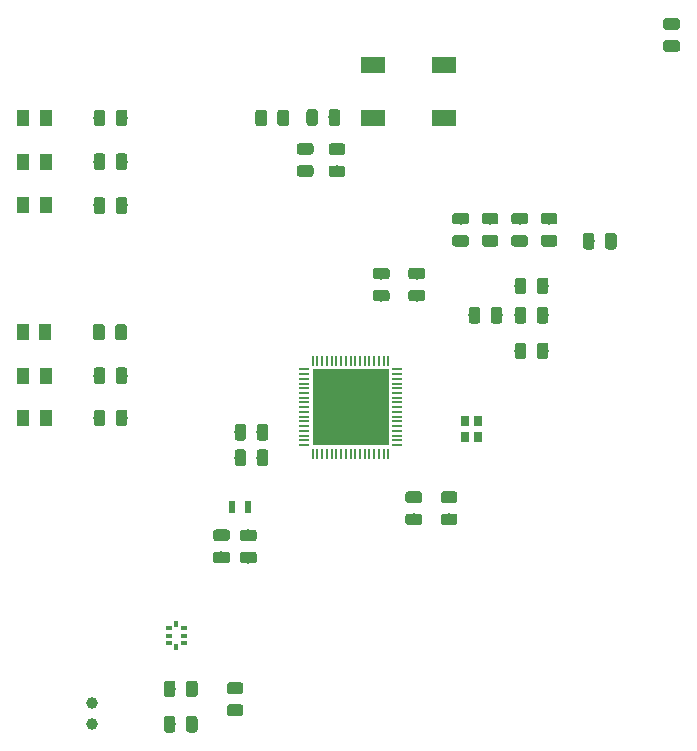
<source format=gtp>
G04 #@! TF.GenerationSoftware,KiCad,Pcbnew,5.1.4-3.fc30*
G04 #@! TF.CreationDate,2019-12-04T09:12:17+01:00*
G04 #@! TF.ProjectId,WattFred,57617474-4672-4656-942e-6b696361645f,rev?*
G04 #@! TF.SameCoordinates,Original*
G04 #@! TF.FileFunction,Paste,Top*
G04 #@! TF.FilePolarity,Positive*
%FSLAX46Y46*%
G04 Gerber Fmt 4.6, Leading zero omitted, Abs format (unit mm)*
G04 Created by KiCad (PCBNEW 5.1.4-3.fc30) date 2019-12-04 09:12:17*
%MOMM*%
%LPD*%
G04 APERTURE LIST*
%ADD10C,0.100000*%
%ADD11C,0.975000*%
%ADD12R,0.300000X0.500000*%
%ADD13R,0.500000X0.300000*%
%ADD14R,0.950000X0.200000*%
%ADD15R,0.200000X0.950000*%
%ADD16R,6.500000X6.500000*%
%ADD17R,1.050000X1.450000*%
%ADD18R,2.100000X1.400000*%
%ADD19C,1.000000*%
%ADD20R,0.750000X0.850000*%
%ADD21R,0.600000X1.100000*%
G04 APERTURE END LIST*
D10*
G36*
X131505142Y-84051174D02*
G01*
X131528803Y-84054684D01*
X131552007Y-84060496D01*
X131574529Y-84068554D01*
X131596153Y-84078782D01*
X131616670Y-84091079D01*
X131635883Y-84105329D01*
X131653607Y-84121393D01*
X131669671Y-84139117D01*
X131683921Y-84158330D01*
X131696218Y-84178847D01*
X131706446Y-84200471D01*
X131714504Y-84222993D01*
X131720316Y-84246197D01*
X131723826Y-84269858D01*
X131725000Y-84293750D01*
X131725000Y-85206250D01*
X131723826Y-85230142D01*
X131720316Y-85253803D01*
X131714504Y-85277007D01*
X131706446Y-85299529D01*
X131696218Y-85321153D01*
X131683921Y-85341670D01*
X131669671Y-85360883D01*
X131653607Y-85378607D01*
X131635883Y-85394671D01*
X131616670Y-85408921D01*
X131596153Y-85421218D01*
X131574529Y-85431446D01*
X131552007Y-85439504D01*
X131528803Y-85445316D01*
X131505142Y-85448826D01*
X131481250Y-85450000D01*
X130993750Y-85450000D01*
X130969858Y-85448826D01*
X130946197Y-85445316D01*
X130922993Y-85439504D01*
X130900471Y-85431446D01*
X130878847Y-85421218D01*
X130858330Y-85408921D01*
X130839117Y-85394671D01*
X130821393Y-85378607D01*
X130805329Y-85360883D01*
X130791079Y-85341670D01*
X130778782Y-85321153D01*
X130768554Y-85299529D01*
X130760496Y-85277007D01*
X130754684Y-85253803D01*
X130751174Y-85230142D01*
X130750000Y-85206250D01*
X130750000Y-84293750D01*
X130751174Y-84269858D01*
X130754684Y-84246197D01*
X130760496Y-84222993D01*
X130768554Y-84200471D01*
X130778782Y-84178847D01*
X130791079Y-84158330D01*
X130805329Y-84139117D01*
X130821393Y-84121393D01*
X130839117Y-84105329D01*
X130858330Y-84091079D01*
X130878847Y-84078782D01*
X130900471Y-84068554D01*
X130922993Y-84060496D01*
X130946197Y-84054684D01*
X130969858Y-84051174D01*
X130993750Y-84050000D01*
X131481250Y-84050000D01*
X131505142Y-84051174D01*
X131505142Y-84051174D01*
G37*
D11*
X131237500Y-84750000D03*
D10*
G36*
X129630142Y-84051174D02*
G01*
X129653803Y-84054684D01*
X129677007Y-84060496D01*
X129699529Y-84068554D01*
X129721153Y-84078782D01*
X129741670Y-84091079D01*
X129760883Y-84105329D01*
X129778607Y-84121393D01*
X129794671Y-84139117D01*
X129808921Y-84158330D01*
X129821218Y-84178847D01*
X129831446Y-84200471D01*
X129839504Y-84222993D01*
X129845316Y-84246197D01*
X129848826Y-84269858D01*
X129850000Y-84293750D01*
X129850000Y-85206250D01*
X129848826Y-85230142D01*
X129845316Y-85253803D01*
X129839504Y-85277007D01*
X129831446Y-85299529D01*
X129821218Y-85321153D01*
X129808921Y-85341670D01*
X129794671Y-85360883D01*
X129778607Y-85378607D01*
X129760883Y-85394671D01*
X129741670Y-85408921D01*
X129721153Y-85421218D01*
X129699529Y-85431446D01*
X129677007Y-85439504D01*
X129653803Y-85445316D01*
X129630142Y-85448826D01*
X129606250Y-85450000D01*
X129118750Y-85450000D01*
X129094858Y-85448826D01*
X129071197Y-85445316D01*
X129047993Y-85439504D01*
X129025471Y-85431446D01*
X129003847Y-85421218D01*
X128983330Y-85408921D01*
X128964117Y-85394671D01*
X128946393Y-85378607D01*
X128930329Y-85360883D01*
X128916079Y-85341670D01*
X128903782Y-85321153D01*
X128893554Y-85299529D01*
X128885496Y-85277007D01*
X128879684Y-85253803D01*
X128876174Y-85230142D01*
X128875000Y-85206250D01*
X128875000Y-84293750D01*
X128876174Y-84269858D01*
X128879684Y-84246197D01*
X128885496Y-84222993D01*
X128893554Y-84200471D01*
X128903782Y-84178847D01*
X128916079Y-84158330D01*
X128930329Y-84139117D01*
X128946393Y-84121393D01*
X128964117Y-84105329D01*
X128983330Y-84091079D01*
X129003847Y-84078782D01*
X129025471Y-84068554D01*
X129047993Y-84060496D01*
X129071197Y-84054684D01*
X129094858Y-84051174D01*
X129118750Y-84050000D01*
X129606250Y-84050000D01*
X129630142Y-84051174D01*
X129630142Y-84051174D01*
G37*
D11*
X129362500Y-84750000D03*
D12*
X94445000Y-117145000D03*
X94445000Y-119145000D03*
D13*
X95070000Y-117495000D03*
X95070000Y-118145000D03*
X95070000Y-118795000D03*
X93820000Y-117495000D03*
X93820000Y-118145000D03*
X93820000Y-118795000D03*
D14*
X105248840Y-95601000D03*
X105248840Y-96001000D03*
X105248840Y-96401000D03*
X105248840Y-96801000D03*
X105248840Y-97201000D03*
X105248840Y-97601000D03*
X105248840Y-98001000D03*
X105248840Y-98401000D03*
X105248840Y-98801000D03*
X105248840Y-99201000D03*
X105248840Y-99601000D03*
X105248840Y-100001000D03*
X105248840Y-100401000D03*
X105248840Y-100801000D03*
X105248840Y-101201000D03*
X105248840Y-101601000D03*
X105248840Y-102001000D03*
D15*
X105998840Y-102751000D03*
X106398840Y-102751000D03*
X106798840Y-102751000D03*
X107198840Y-102751000D03*
X107598840Y-102751000D03*
X107998840Y-102751000D03*
X108398840Y-102751000D03*
X108798840Y-102751000D03*
X109198840Y-102751000D03*
X109598840Y-102751000D03*
X109998840Y-102751000D03*
X110398840Y-102751000D03*
X110798840Y-102751000D03*
X111198840Y-102751000D03*
X111598840Y-102751000D03*
X111998840Y-102751000D03*
X112398840Y-102751000D03*
D14*
X113148840Y-102001000D03*
X113148840Y-101601000D03*
X113148840Y-101201000D03*
X113148840Y-100801000D03*
X113148840Y-100401000D03*
X113148840Y-100001000D03*
X113148840Y-99601000D03*
X113148840Y-99201000D03*
X113148840Y-98801000D03*
X113148840Y-98401000D03*
X113148840Y-98001000D03*
X113148840Y-97601000D03*
X113148840Y-97201000D03*
X113148840Y-96801000D03*
X113148840Y-96401000D03*
X113148840Y-96001000D03*
X113148840Y-95601000D03*
D15*
X112398840Y-94851000D03*
X111998840Y-94851000D03*
X111598840Y-94851000D03*
X111198840Y-94851000D03*
X110798840Y-94851000D03*
X110398840Y-94851000D03*
X109998840Y-94851000D03*
X109598840Y-94851000D03*
X109198840Y-94851000D03*
X108798840Y-94851000D03*
X108398840Y-94851000D03*
X107998840Y-94851000D03*
X107598840Y-94851000D03*
X107198840Y-94851000D03*
X106798840Y-94851000D03*
X106398840Y-94851000D03*
X105998840Y-94851000D03*
D16*
X109198840Y-98801000D03*
D10*
G36*
X96025142Y-124946174D02*
G01*
X96048803Y-124949684D01*
X96072007Y-124955496D01*
X96094529Y-124963554D01*
X96116153Y-124973782D01*
X96136670Y-124986079D01*
X96155883Y-125000329D01*
X96173607Y-125016393D01*
X96189671Y-125034117D01*
X96203921Y-125053330D01*
X96216218Y-125073847D01*
X96226446Y-125095471D01*
X96234504Y-125117993D01*
X96240316Y-125141197D01*
X96243826Y-125164858D01*
X96245000Y-125188750D01*
X96245000Y-126101250D01*
X96243826Y-126125142D01*
X96240316Y-126148803D01*
X96234504Y-126172007D01*
X96226446Y-126194529D01*
X96216218Y-126216153D01*
X96203921Y-126236670D01*
X96189671Y-126255883D01*
X96173607Y-126273607D01*
X96155883Y-126289671D01*
X96136670Y-126303921D01*
X96116153Y-126316218D01*
X96094529Y-126326446D01*
X96072007Y-126334504D01*
X96048803Y-126340316D01*
X96025142Y-126343826D01*
X96001250Y-126345000D01*
X95513750Y-126345000D01*
X95489858Y-126343826D01*
X95466197Y-126340316D01*
X95442993Y-126334504D01*
X95420471Y-126326446D01*
X95398847Y-126316218D01*
X95378330Y-126303921D01*
X95359117Y-126289671D01*
X95341393Y-126273607D01*
X95325329Y-126255883D01*
X95311079Y-126236670D01*
X95298782Y-126216153D01*
X95288554Y-126194529D01*
X95280496Y-126172007D01*
X95274684Y-126148803D01*
X95271174Y-126125142D01*
X95270000Y-126101250D01*
X95270000Y-125188750D01*
X95271174Y-125164858D01*
X95274684Y-125141197D01*
X95280496Y-125117993D01*
X95288554Y-125095471D01*
X95298782Y-125073847D01*
X95311079Y-125053330D01*
X95325329Y-125034117D01*
X95341393Y-125016393D01*
X95359117Y-125000329D01*
X95378330Y-124986079D01*
X95398847Y-124973782D01*
X95420471Y-124963554D01*
X95442993Y-124955496D01*
X95466197Y-124949684D01*
X95489858Y-124946174D01*
X95513750Y-124945000D01*
X96001250Y-124945000D01*
X96025142Y-124946174D01*
X96025142Y-124946174D01*
G37*
D11*
X95757500Y-125645000D03*
D10*
G36*
X94150142Y-124946174D02*
G01*
X94173803Y-124949684D01*
X94197007Y-124955496D01*
X94219529Y-124963554D01*
X94241153Y-124973782D01*
X94261670Y-124986079D01*
X94280883Y-125000329D01*
X94298607Y-125016393D01*
X94314671Y-125034117D01*
X94328921Y-125053330D01*
X94341218Y-125073847D01*
X94351446Y-125095471D01*
X94359504Y-125117993D01*
X94365316Y-125141197D01*
X94368826Y-125164858D01*
X94370000Y-125188750D01*
X94370000Y-126101250D01*
X94368826Y-126125142D01*
X94365316Y-126148803D01*
X94359504Y-126172007D01*
X94351446Y-126194529D01*
X94341218Y-126216153D01*
X94328921Y-126236670D01*
X94314671Y-126255883D01*
X94298607Y-126273607D01*
X94280883Y-126289671D01*
X94261670Y-126303921D01*
X94241153Y-126316218D01*
X94219529Y-126326446D01*
X94197007Y-126334504D01*
X94173803Y-126340316D01*
X94150142Y-126343826D01*
X94126250Y-126345000D01*
X93638750Y-126345000D01*
X93614858Y-126343826D01*
X93591197Y-126340316D01*
X93567993Y-126334504D01*
X93545471Y-126326446D01*
X93523847Y-126316218D01*
X93503330Y-126303921D01*
X93484117Y-126289671D01*
X93466393Y-126273607D01*
X93450329Y-126255883D01*
X93436079Y-126236670D01*
X93423782Y-126216153D01*
X93413554Y-126194529D01*
X93405496Y-126172007D01*
X93399684Y-126148803D01*
X93396174Y-126125142D01*
X93395000Y-126101250D01*
X93395000Y-125188750D01*
X93396174Y-125164858D01*
X93399684Y-125141197D01*
X93405496Y-125117993D01*
X93413554Y-125095471D01*
X93423782Y-125073847D01*
X93436079Y-125053330D01*
X93450329Y-125034117D01*
X93466393Y-125016393D01*
X93484117Y-125000329D01*
X93503330Y-124986079D01*
X93523847Y-124973782D01*
X93545471Y-124963554D01*
X93567993Y-124955496D01*
X93591197Y-124949684D01*
X93614858Y-124946174D01*
X93638750Y-124945000D01*
X94126250Y-124945000D01*
X94150142Y-124946174D01*
X94150142Y-124946174D01*
G37*
D11*
X93882500Y-125645000D03*
D10*
G36*
X94150142Y-121946174D02*
G01*
X94173803Y-121949684D01*
X94197007Y-121955496D01*
X94219529Y-121963554D01*
X94241153Y-121973782D01*
X94261670Y-121986079D01*
X94280883Y-122000329D01*
X94298607Y-122016393D01*
X94314671Y-122034117D01*
X94328921Y-122053330D01*
X94341218Y-122073847D01*
X94351446Y-122095471D01*
X94359504Y-122117993D01*
X94365316Y-122141197D01*
X94368826Y-122164858D01*
X94370000Y-122188750D01*
X94370000Y-123101250D01*
X94368826Y-123125142D01*
X94365316Y-123148803D01*
X94359504Y-123172007D01*
X94351446Y-123194529D01*
X94341218Y-123216153D01*
X94328921Y-123236670D01*
X94314671Y-123255883D01*
X94298607Y-123273607D01*
X94280883Y-123289671D01*
X94261670Y-123303921D01*
X94241153Y-123316218D01*
X94219529Y-123326446D01*
X94197007Y-123334504D01*
X94173803Y-123340316D01*
X94150142Y-123343826D01*
X94126250Y-123345000D01*
X93638750Y-123345000D01*
X93614858Y-123343826D01*
X93591197Y-123340316D01*
X93567993Y-123334504D01*
X93545471Y-123326446D01*
X93523847Y-123316218D01*
X93503330Y-123303921D01*
X93484117Y-123289671D01*
X93466393Y-123273607D01*
X93450329Y-123255883D01*
X93436079Y-123236670D01*
X93423782Y-123216153D01*
X93413554Y-123194529D01*
X93405496Y-123172007D01*
X93399684Y-123148803D01*
X93396174Y-123125142D01*
X93395000Y-123101250D01*
X93395000Y-122188750D01*
X93396174Y-122164858D01*
X93399684Y-122141197D01*
X93405496Y-122117993D01*
X93413554Y-122095471D01*
X93423782Y-122073847D01*
X93436079Y-122053330D01*
X93450329Y-122034117D01*
X93466393Y-122016393D01*
X93484117Y-122000329D01*
X93503330Y-121986079D01*
X93523847Y-121973782D01*
X93545471Y-121963554D01*
X93567993Y-121955496D01*
X93591197Y-121949684D01*
X93614858Y-121946174D01*
X93638750Y-121945000D01*
X94126250Y-121945000D01*
X94150142Y-121946174D01*
X94150142Y-121946174D01*
G37*
D11*
X93882500Y-122645000D03*
D10*
G36*
X96025142Y-121946174D02*
G01*
X96048803Y-121949684D01*
X96072007Y-121955496D01*
X96094529Y-121963554D01*
X96116153Y-121973782D01*
X96136670Y-121986079D01*
X96155883Y-122000329D01*
X96173607Y-122016393D01*
X96189671Y-122034117D01*
X96203921Y-122053330D01*
X96216218Y-122073847D01*
X96226446Y-122095471D01*
X96234504Y-122117993D01*
X96240316Y-122141197D01*
X96243826Y-122164858D01*
X96245000Y-122188750D01*
X96245000Y-123101250D01*
X96243826Y-123125142D01*
X96240316Y-123148803D01*
X96234504Y-123172007D01*
X96226446Y-123194529D01*
X96216218Y-123216153D01*
X96203921Y-123236670D01*
X96189671Y-123255883D01*
X96173607Y-123273607D01*
X96155883Y-123289671D01*
X96136670Y-123303921D01*
X96116153Y-123316218D01*
X96094529Y-123326446D01*
X96072007Y-123334504D01*
X96048803Y-123340316D01*
X96025142Y-123343826D01*
X96001250Y-123345000D01*
X95513750Y-123345000D01*
X95489858Y-123343826D01*
X95466197Y-123340316D01*
X95442993Y-123334504D01*
X95420471Y-123326446D01*
X95398847Y-123316218D01*
X95378330Y-123303921D01*
X95359117Y-123289671D01*
X95341393Y-123273607D01*
X95325329Y-123255883D01*
X95311079Y-123236670D01*
X95298782Y-123216153D01*
X95288554Y-123194529D01*
X95280496Y-123172007D01*
X95274684Y-123148803D01*
X95271174Y-123125142D01*
X95270000Y-123101250D01*
X95270000Y-122188750D01*
X95271174Y-122164858D01*
X95274684Y-122141197D01*
X95280496Y-122117993D01*
X95288554Y-122095471D01*
X95298782Y-122073847D01*
X95311079Y-122053330D01*
X95325329Y-122034117D01*
X95341393Y-122016393D01*
X95359117Y-122000329D01*
X95378330Y-121986079D01*
X95398847Y-121973782D01*
X95420471Y-121963554D01*
X95442993Y-121955496D01*
X95466197Y-121949684D01*
X95489858Y-121946174D01*
X95513750Y-121945000D01*
X96001250Y-121945000D01*
X96025142Y-121946174D01*
X96025142Y-121946174D01*
G37*
D11*
X95757500Y-122645000D03*
D10*
G36*
X106220122Y-73573394D02*
G01*
X106243783Y-73576904D01*
X106266987Y-73582716D01*
X106289509Y-73590774D01*
X106311133Y-73601002D01*
X106331650Y-73613299D01*
X106350863Y-73627549D01*
X106368587Y-73643613D01*
X106384651Y-73661337D01*
X106398901Y-73680550D01*
X106411198Y-73701067D01*
X106421426Y-73722691D01*
X106429484Y-73745213D01*
X106435296Y-73768417D01*
X106438806Y-73792078D01*
X106439980Y-73815970D01*
X106439980Y-74728470D01*
X106438806Y-74752362D01*
X106435296Y-74776023D01*
X106429484Y-74799227D01*
X106421426Y-74821749D01*
X106411198Y-74843373D01*
X106398901Y-74863890D01*
X106384651Y-74883103D01*
X106368587Y-74900827D01*
X106350863Y-74916891D01*
X106331650Y-74931141D01*
X106311133Y-74943438D01*
X106289509Y-74953666D01*
X106266987Y-74961724D01*
X106243783Y-74967536D01*
X106220122Y-74971046D01*
X106196230Y-74972220D01*
X105708730Y-74972220D01*
X105684838Y-74971046D01*
X105661177Y-74967536D01*
X105637973Y-74961724D01*
X105615451Y-74953666D01*
X105593827Y-74943438D01*
X105573310Y-74931141D01*
X105554097Y-74916891D01*
X105536373Y-74900827D01*
X105520309Y-74883103D01*
X105506059Y-74863890D01*
X105493762Y-74843373D01*
X105483534Y-74821749D01*
X105475476Y-74799227D01*
X105469664Y-74776023D01*
X105466154Y-74752362D01*
X105464980Y-74728470D01*
X105464980Y-73815970D01*
X105466154Y-73792078D01*
X105469664Y-73768417D01*
X105475476Y-73745213D01*
X105483534Y-73722691D01*
X105493762Y-73701067D01*
X105506059Y-73680550D01*
X105520309Y-73661337D01*
X105536373Y-73643613D01*
X105554097Y-73627549D01*
X105573310Y-73613299D01*
X105593827Y-73601002D01*
X105615451Y-73590774D01*
X105637973Y-73582716D01*
X105661177Y-73576904D01*
X105684838Y-73573394D01*
X105708730Y-73572220D01*
X106196230Y-73572220D01*
X106220122Y-73573394D01*
X106220122Y-73573394D01*
G37*
D11*
X105952480Y-74272220D03*
D10*
G36*
X108095122Y-73573394D02*
G01*
X108118783Y-73576904D01*
X108141987Y-73582716D01*
X108164509Y-73590774D01*
X108186133Y-73601002D01*
X108206650Y-73613299D01*
X108225863Y-73627549D01*
X108243587Y-73643613D01*
X108259651Y-73661337D01*
X108273901Y-73680550D01*
X108286198Y-73701067D01*
X108296426Y-73722691D01*
X108304484Y-73745213D01*
X108310296Y-73768417D01*
X108313806Y-73792078D01*
X108314980Y-73815970D01*
X108314980Y-74728470D01*
X108313806Y-74752362D01*
X108310296Y-74776023D01*
X108304484Y-74799227D01*
X108296426Y-74821749D01*
X108286198Y-74843373D01*
X108273901Y-74863890D01*
X108259651Y-74883103D01*
X108243587Y-74900827D01*
X108225863Y-74916891D01*
X108206650Y-74931141D01*
X108186133Y-74943438D01*
X108164509Y-74953666D01*
X108141987Y-74961724D01*
X108118783Y-74967536D01*
X108095122Y-74971046D01*
X108071230Y-74972220D01*
X107583730Y-74972220D01*
X107559838Y-74971046D01*
X107536177Y-74967536D01*
X107512973Y-74961724D01*
X107490451Y-74953666D01*
X107468827Y-74943438D01*
X107448310Y-74931141D01*
X107429097Y-74916891D01*
X107411373Y-74900827D01*
X107395309Y-74883103D01*
X107381059Y-74863890D01*
X107368762Y-74843373D01*
X107358534Y-74821749D01*
X107350476Y-74799227D01*
X107344664Y-74776023D01*
X107341154Y-74752362D01*
X107339980Y-74728470D01*
X107339980Y-73815970D01*
X107341154Y-73792078D01*
X107344664Y-73768417D01*
X107350476Y-73745213D01*
X107358534Y-73722691D01*
X107368762Y-73701067D01*
X107381059Y-73680550D01*
X107395309Y-73661337D01*
X107411373Y-73643613D01*
X107429097Y-73627549D01*
X107448310Y-73613299D01*
X107468827Y-73601002D01*
X107490451Y-73590774D01*
X107512973Y-73582716D01*
X107536177Y-73576904D01*
X107559838Y-73573394D01*
X107583730Y-73572220D01*
X108071230Y-73572220D01*
X108095122Y-73573394D01*
X108095122Y-73573394D01*
G37*
D11*
X107827480Y-74272220D03*
D10*
G36*
X119000142Y-82351174D02*
G01*
X119023803Y-82354684D01*
X119047007Y-82360496D01*
X119069529Y-82368554D01*
X119091153Y-82378782D01*
X119111670Y-82391079D01*
X119130883Y-82405329D01*
X119148607Y-82421393D01*
X119164671Y-82439117D01*
X119178921Y-82458330D01*
X119191218Y-82478847D01*
X119201446Y-82500471D01*
X119209504Y-82522993D01*
X119215316Y-82546197D01*
X119218826Y-82569858D01*
X119220000Y-82593750D01*
X119220000Y-83081250D01*
X119218826Y-83105142D01*
X119215316Y-83128803D01*
X119209504Y-83152007D01*
X119201446Y-83174529D01*
X119191218Y-83196153D01*
X119178921Y-83216670D01*
X119164671Y-83235883D01*
X119148607Y-83253607D01*
X119130883Y-83269671D01*
X119111670Y-83283921D01*
X119091153Y-83296218D01*
X119069529Y-83306446D01*
X119047007Y-83314504D01*
X119023803Y-83320316D01*
X119000142Y-83323826D01*
X118976250Y-83325000D01*
X118063750Y-83325000D01*
X118039858Y-83323826D01*
X118016197Y-83320316D01*
X117992993Y-83314504D01*
X117970471Y-83306446D01*
X117948847Y-83296218D01*
X117928330Y-83283921D01*
X117909117Y-83269671D01*
X117891393Y-83253607D01*
X117875329Y-83235883D01*
X117861079Y-83216670D01*
X117848782Y-83196153D01*
X117838554Y-83174529D01*
X117830496Y-83152007D01*
X117824684Y-83128803D01*
X117821174Y-83105142D01*
X117820000Y-83081250D01*
X117820000Y-82593750D01*
X117821174Y-82569858D01*
X117824684Y-82546197D01*
X117830496Y-82522993D01*
X117838554Y-82500471D01*
X117848782Y-82478847D01*
X117861079Y-82458330D01*
X117875329Y-82439117D01*
X117891393Y-82421393D01*
X117909117Y-82405329D01*
X117928330Y-82391079D01*
X117948847Y-82378782D01*
X117970471Y-82368554D01*
X117992993Y-82360496D01*
X118016197Y-82354684D01*
X118039858Y-82351174D01*
X118063750Y-82350000D01*
X118976250Y-82350000D01*
X119000142Y-82351174D01*
X119000142Y-82351174D01*
G37*
D11*
X118520000Y-82837500D03*
D10*
G36*
X119000142Y-84226174D02*
G01*
X119023803Y-84229684D01*
X119047007Y-84235496D01*
X119069529Y-84243554D01*
X119091153Y-84253782D01*
X119111670Y-84266079D01*
X119130883Y-84280329D01*
X119148607Y-84296393D01*
X119164671Y-84314117D01*
X119178921Y-84333330D01*
X119191218Y-84353847D01*
X119201446Y-84375471D01*
X119209504Y-84397993D01*
X119215316Y-84421197D01*
X119218826Y-84444858D01*
X119220000Y-84468750D01*
X119220000Y-84956250D01*
X119218826Y-84980142D01*
X119215316Y-85003803D01*
X119209504Y-85027007D01*
X119201446Y-85049529D01*
X119191218Y-85071153D01*
X119178921Y-85091670D01*
X119164671Y-85110883D01*
X119148607Y-85128607D01*
X119130883Y-85144671D01*
X119111670Y-85158921D01*
X119091153Y-85171218D01*
X119069529Y-85181446D01*
X119047007Y-85189504D01*
X119023803Y-85195316D01*
X119000142Y-85198826D01*
X118976250Y-85200000D01*
X118063750Y-85200000D01*
X118039858Y-85198826D01*
X118016197Y-85195316D01*
X117992993Y-85189504D01*
X117970471Y-85181446D01*
X117948847Y-85171218D01*
X117928330Y-85158921D01*
X117909117Y-85144671D01*
X117891393Y-85128607D01*
X117875329Y-85110883D01*
X117861079Y-85091670D01*
X117848782Y-85071153D01*
X117838554Y-85049529D01*
X117830496Y-85027007D01*
X117824684Y-85003803D01*
X117821174Y-84980142D01*
X117820000Y-84956250D01*
X117820000Y-84468750D01*
X117821174Y-84444858D01*
X117824684Y-84421197D01*
X117830496Y-84397993D01*
X117838554Y-84375471D01*
X117848782Y-84353847D01*
X117861079Y-84333330D01*
X117875329Y-84314117D01*
X117891393Y-84296393D01*
X117909117Y-84280329D01*
X117928330Y-84266079D01*
X117948847Y-84253782D01*
X117970471Y-84243554D01*
X117992993Y-84235496D01*
X118016197Y-84229684D01*
X118039858Y-84226174D01*
X118063750Y-84225000D01*
X118976250Y-84225000D01*
X119000142Y-84226174D01*
X119000142Y-84226174D01*
G37*
D11*
X118520000Y-84712500D03*
D10*
G36*
X118030142Y-107806174D02*
G01*
X118053803Y-107809684D01*
X118077007Y-107815496D01*
X118099529Y-107823554D01*
X118121153Y-107833782D01*
X118141670Y-107846079D01*
X118160883Y-107860329D01*
X118178607Y-107876393D01*
X118194671Y-107894117D01*
X118208921Y-107913330D01*
X118221218Y-107933847D01*
X118231446Y-107955471D01*
X118239504Y-107977993D01*
X118245316Y-108001197D01*
X118248826Y-108024858D01*
X118250000Y-108048750D01*
X118250000Y-108536250D01*
X118248826Y-108560142D01*
X118245316Y-108583803D01*
X118239504Y-108607007D01*
X118231446Y-108629529D01*
X118221218Y-108651153D01*
X118208921Y-108671670D01*
X118194671Y-108690883D01*
X118178607Y-108708607D01*
X118160883Y-108724671D01*
X118141670Y-108738921D01*
X118121153Y-108751218D01*
X118099529Y-108761446D01*
X118077007Y-108769504D01*
X118053803Y-108775316D01*
X118030142Y-108778826D01*
X118006250Y-108780000D01*
X117093750Y-108780000D01*
X117069858Y-108778826D01*
X117046197Y-108775316D01*
X117022993Y-108769504D01*
X117000471Y-108761446D01*
X116978847Y-108751218D01*
X116958330Y-108738921D01*
X116939117Y-108724671D01*
X116921393Y-108708607D01*
X116905329Y-108690883D01*
X116891079Y-108671670D01*
X116878782Y-108651153D01*
X116868554Y-108629529D01*
X116860496Y-108607007D01*
X116854684Y-108583803D01*
X116851174Y-108560142D01*
X116850000Y-108536250D01*
X116850000Y-108048750D01*
X116851174Y-108024858D01*
X116854684Y-108001197D01*
X116860496Y-107977993D01*
X116868554Y-107955471D01*
X116878782Y-107933847D01*
X116891079Y-107913330D01*
X116905329Y-107894117D01*
X116921393Y-107876393D01*
X116939117Y-107860329D01*
X116958330Y-107846079D01*
X116978847Y-107833782D01*
X117000471Y-107823554D01*
X117022993Y-107815496D01*
X117046197Y-107809684D01*
X117069858Y-107806174D01*
X117093750Y-107805000D01*
X118006250Y-107805000D01*
X118030142Y-107806174D01*
X118030142Y-107806174D01*
G37*
D11*
X117550000Y-108292500D03*
D10*
G36*
X118030142Y-105931174D02*
G01*
X118053803Y-105934684D01*
X118077007Y-105940496D01*
X118099529Y-105948554D01*
X118121153Y-105958782D01*
X118141670Y-105971079D01*
X118160883Y-105985329D01*
X118178607Y-106001393D01*
X118194671Y-106019117D01*
X118208921Y-106038330D01*
X118221218Y-106058847D01*
X118231446Y-106080471D01*
X118239504Y-106102993D01*
X118245316Y-106126197D01*
X118248826Y-106149858D01*
X118250000Y-106173750D01*
X118250000Y-106661250D01*
X118248826Y-106685142D01*
X118245316Y-106708803D01*
X118239504Y-106732007D01*
X118231446Y-106754529D01*
X118221218Y-106776153D01*
X118208921Y-106796670D01*
X118194671Y-106815883D01*
X118178607Y-106833607D01*
X118160883Y-106849671D01*
X118141670Y-106863921D01*
X118121153Y-106876218D01*
X118099529Y-106886446D01*
X118077007Y-106894504D01*
X118053803Y-106900316D01*
X118030142Y-106903826D01*
X118006250Y-106905000D01*
X117093750Y-106905000D01*
X117069858Y-106903826D01*
X117046197Y-106900316D01*
X117022993Y-106894504D01*
X117000471Y-106886446D01*
X116978847Y-106876218D01*
X116958330Y-106863921D01*
X116939117Y-106849671D01*
X116921393Y-106833607D01*
X116905329Y-106815883D01*
X116891079Y-106796670D01*
X116878782Y-106776153D01*
X116868554Y-106754529D01*
X116860496Y-106732007D01*
X116854684Y-106708803D01*
X116851174Y-106685142D01*
X116850000Y-106661250D01*
X116850000Y-106173750D01*
X116851174Y-106149858D01*
X116854684Y-106126197D01*
X116860496Y-106102993D01*
X116868554Y-106080471D01*
X116878782Y-106058847D01*
X116891079Y-106038330D01*
X116905329Y-106019117D01*
X116921393Y-106001393D01*
X116939117Y-105985329D01*
X116958330Y-105971079D01*
X116978847Y-105958782D01*
X117000471Y-105948554D01*
X117022993Y-105940496D01*
X117046197Y-105934684D01*
X117069858Y-105931174D01*
X117093750Y-105930000D01*
X118006250Y-105930000D01*
X118030142Y-105931174D01*
X118030142Y-105931174D01*
G37*
D11*
X117550000Y-106417500D03*
D10*
G36*
X121500142Y-84226174D02*
G01*
X121523803Y-84229684D01*
X121547007Y-84235496D01*
X121569529Y-84243554D01*
X121591153Y-84253782D01*
X121611670Y-84266079D01*
X121630883Y-84280329D01*
X121648607Y-84296393D01*
X121664671Y-84314117D01*
X121678921Y-84333330D01*
X121691218Y-84353847D01*
X121701446Y-84375471D01*
X121709504Y-84397993D01*
X121715316Y-84421197D01*
X121718826Y-84444858D01*
X121720000Y-84468750D01*
X121720000Y-84956250D01*
X121718826Y-84980142D01*
X121715316Y-85003803D01*
X121709504Y-85027007D01*
X121701446Y-85049529D01*
X121691218Y-85071153D01*
X121678921Y-85091670D01*
X121664671Y-85110883D01*
X121648607Y-85128607D01*
X121630883Y-85144671D01*
X121611670Y-85158921D01*
X121591153Y-85171218D01*
X121569529Y-85181446D01*
X121547007Y-85189504D01*
X121523803Y-85195316D01*
X121500142Y-85198826D01*
X121476250Y-85200000D01*
X120563750Y-85200000D01*
X120539858Y-85198826D01*
X120516197Y-85195316D01*
X120492993Y-85189504D01*
X120470471Y-85181446D01*
X120448847Y-85171218D01*
X120428330Y-85158921D01*
X120409117Y-85144671D01*
X120391393Y-85128607D01*
X120375329Y-85110883D01*
X120361079Y-85091670D01*
X120348782Y-85071153D01*
X120338554Y-85049529D01*
X120330496Y-85027007D01*
X120324684Y-85003803D01*
X120321174Y-84980142D01*
X120320000Y-84956250D01*
X120320000Y-84468750D01*
X120321174Y-84444858D01*
X120324684Y-84421197D01*
X120330496Y-84397993D01*
X120338554Y-84375471D01*
X120348782Y-84353847D01*
X120361079Y-84333330D01*
X120375329Y-84314117D01*
X120391393Y-84296393D01*
X120409117Y-84280329D01*
X120428330Y-84266079D01*
X120448847Y-84253782D01*
X120470471Y-84243554D01*
X120492993Y-84235496D01*
X120516197Y-84229684D01*
X120539858Y-84226174D01*
X120563750Y-84225000D01*
X121476250Y-84225000D01*
X121500142Y-84226174D01*
X121500142Y-84226174D01*
G37*
D11*
X121020000Y-84712500D03*
D10*
G36*
X121500142Y-82351174D02*
G01*
X121523803Y-82354684D01*
X121547007Y-82360496D01*
X121569529Y-82368554D01*
X121591153Y-82378782D01*
X121611670Y-82391079D01*
X121630883Y-82405329D01*
X121648607Y-82421393D01*
X121664671Y-82439117D01*
X121678921Y-82458330D01*
X121691218Y-82478847D01*
X121701446Y-82500471D01*
X121709504Y-82522993D01*
X121715316Y-82546197D01*
X121718826Y-82569858D01*
X121720000Y-82593750D01*
X121720000Y-83081250D01*
X121718826Y-83105142D01*
X121715316Y-83128803D01*
X121709504Y-83152007D01*
X121701446Y-83174529D01*
X121691218Y-83196153D01*
X121678921Y-83216670D01*
X121664671Y-83235883D01*
X121648607Y-83253607D01*
X121630883Y-83269671D01*
X121611670Y-83283921D01*
X121591153Y-83296218D01*
X121569529Y-83306446D01*
X121547007Y-83314504D01*
X121523803Y-83320316D01*
X121500142Y-83323826D01*
X121476250Y-83325000D01*
X120563750Y-83325000D01*
X120539858Y-83323826D01*
X120516197Y-83320316D01*
X120492993Y-83314504D01*
X120470471Y-83306446D01*
X120448847Y-83296218D01*
X120428330Y-83283921D01*
X120409117Y-83269671D01*
X120391393Y-83253607D01*
X120375329Y-83235883D01*
X120361079Y-83216670D01*
X120348782Y-83196153D01*
X120338554Y-83174529D01*
X120330496Y-83152007D01*
X120324684Y-83128803D01*
X120321174Y-83105142D01*
X120320000Y-83081250D01*
X120320000Y-82593750D01*
X120321174Y-82569858D01*
X120324684Y-82546197D01*
X120330496Y-82522993D01*
X120338554Y-82500471D01*
X120348782Y-82478847D01*
X120361079Y-82458330D01*
X120375329Y-82439117D01*
X120391393Y-82421393D01*
X120409117Y-82405329D01*
X120428330Y-82391079D01*
X120448847Y-82378782D01*
X120470471Y-82368554D01*
X120492993Y-82360496D01*
X120516197Y-82354684D01*
X120539858Y-82351174D01*
X120563750Y-82350000D01*
X121476250Y-82350000D01*
X121500142Y-82351174D01*
X121500142Y-82351174D01*
G37*
D11*
X121020000Y-82837500D03*
D10*
G36*
X102005142Y-102376174D02*
G01*
X102028803Y-102379684D01*
X102052007Y-102385496D01*
X102074529Y-102393554D01*
X102096153Y-102403782D01*
X102116670Y-102416079D01*
X102135883Y-102430329D01*
X102153607Y-102446393D01*
X102169671Y-102464117D01*
X102183921Y-102483330D01*
X102196218Y-102503847D01*
X102206446Y-102525471D01*
X102214504Y-102547993D01*
X102220316Y-102571197D01*
X102223826Y-102594858D01*
X102225000Y-102618750D01*
X102225000Y-103531250D01*
X102223826Y-103555142D01*
X102220316Y-103578803D01*
X102214504Y-103602007D01*
X102206446Y-103624529D01*
X102196218Y-103646153D01*
X102183921Y-103666670D01*
X102169671Y-103685883D01*
X102153607Y-103703607D01*
X102135883Y-103719671D01*
X102116670Y-103733921D01*
X102096153Y-103746218D01*
X102074529Y-103756446D01*
X102052007Y-103764504D01*
X102028803Y-103770316D01*
X102005142Y-103773826D01*
X101981250Y-103775000D01*
X101493750Y-103775000D01*
X101469858Y-103773826D01*
X101446197Y-103770316D01*
X101422993Y-103764504D01*
X101400471Y-103756446D01*
X101378847Y-103746218D01*
X101358330Y-103733921D01*
X101339117Y-103719671D01*
X101321393Y-103703607D01*
X101305329Y-103685883D01*
X101291079Y-103666670D01*
X101278782Y-103646153D01*
X101268554Y-103624529D01*
X101260496Y-103602007D01*
X101254684Y-103578803D01*
X101251174Y-103555142D01*
X101250000Y-103531250D01*
X101250000Y-102618750D01*
X101251174Y-102594858D01*
X101254684Y-102571197D01*
X101260496Y-102547993D01*
X101268554Y-102525471D01*
X101278782Y-102503847D01*
X101291079Y-102483330D01*
X101305329Y-102464117D01*
X101321393Y-102446393D01*
X101339117Y-102430329D01*
X101358330Y-102416079D01*
X101378847Y-102403782D01*
X101400471Y-102393554D01*
X101422993Y-102385496D01*
X101446197Y-102379684D01*
X101469858Y-102376174D01*
X101493750Y-102375000D01*
X101981250Y-102375000D01*
X102005142Y-102376174D01*
X102005142Y-102376174D01*
G37*
D11*
X101737500Y-103075000D03*
D10*
G36*
X100130142Y-102376174D02*
G01*
X100153803Y-102379684D01*
X100177007Y-102385496D01*
X100199529Y-102393554D01*
X100221153Y-102403782D01*
X100241670Y-102416079D01*
X100260883Y-102430329D01*
X100278607Y-102446393D01*
X100294671Y-102464117D01*
X100308921Y-102483330D01*
X100321218Y-102503847D01*
X100331446Y-102525471D01*
X100339504Y-102547993D01*
X100345316Y-102571197D01*
X100348826Y-102594858D01*
X100350000Y-102618750D01*
X100350000Y-103531250D01*
X100348826Y-103555142D01*
X100345316Y-103578803D01*
X100339504Y-103602007D01*
X100331446Y-103624529D01*
X100321218Y-103646153D01*
X100308921Y-103666670D01*
X100294671Y-103685883D01*
X100278607Y-103703607D01*
X100260883Y-103719671D01*
X100241670Y-103733921D01*
X100221153Y-103746218D01*
X100199529Y-103756446D01*
X100177007Y-103764504D01*
X100153803Y-103770316D01*
X100130142Y-103773826D01*
X100106250Y-103775000D01*
X99618750Y-103775000D01*
X99594858Y-103773826D01*
X99571197Y-103770316D01*
X99547993Y-103764504D01*
X99525471Y-103756446D01*
X99503847Y-103746218D01*
X99483330Y-103733921D01*
X99464117Y-103719671D01*
X99446393Y-103703607D01*
X99430329Y-103685883D01*
X99416079Y-103666670D01*
X99403782Y-103646153D01*
X99393554Y-103624529D01*
X99385496Y-103602007D01*
X99379684Y-103578803D01*
X99376174Y-103555142D01*
X99375000Y-103531250D01*
X99375000Y-102618750D01*
X99376174Y-102594858D01*
X99379684Y-102571197D01*
X99385496Y-102547993D01*
X99393554Y-102525471D01*
X99403782Y-102503847D01*
X99416079Y-102483330D01*
X99430329Y-102464117D01*
X99446393Y-102446393D01*
X99464117Y-102430329D01*
X99483330Y-102416079D01*
X99503847Y-102403782D01*
X99525471Y-102393554D01*
X99547993Y-102385496D01*
X99571197Y-102379684D01*
X99594858Y-102376174D01*
X99618750Y-102375000D01*
X100106250Y-102375000D01*
X100130142Y-102376174D01*
X100130142Y-102376174D01*
G37*
D11*
X99862500Y-103075000D03*
D10*
G36*
X115030142Y-105931174D02*
G01*
X115053803Y-105934684D01*
X115077007Y-105940496D01*
X115099529Y-105948554D01*
X115121153Y-105958782D01*
X115141670Y-105971079D01*
X115160883Y-105985329D01*
X115178607Y-106001393D01*
X115194671Y-106019117D01*
X115208921Y-106038330D01*
X115221218Y-106058847D01*
X115231446Y-106080471D01*
X115239504Y-106102993D01*
X115245316Y-106126197D01*
X115248826Y-106149858D01*
X115250000Y-106173750D01*
X115250000Y-106661250D01*
X115248826Y-106685142D01*
X115245316Y-106708803D01*
X115239504Y-106732007D01*
X115231446Y-106754529D01*
X115221218Y-106776153D01*
X115208921Y-106796670D01*
X115194671Y-106815883D01*
X115178607Y-106833607D01*
X115160883Y-106849671D01*
X115141670Y-106863921D01*
X115121153Y-106876218D01*
X115099529Y-106886446D01*
X115077007Y-106894504D01*
X115053803Y-106900316D01*
X115030142Y-106903826D01*
X115006250Y-106905000D01*
X114093750Y-106905000D01*
X114069858Y-106903826D01*
X114046197Y-106900316D01*
X114022993Y-106894504D01*
X114000471Y-106886446D01*
X113978847Y-106876218D01*
X113958330Y-106863921D01*
X113939117Y-106849671D01*
X113921393Y-106833607D01*
X113905329Y-106815883D01*
X113891079Y-106796670D01*
X113878782Y-106776153D01*
X113868554Y-106754529D01*
X113860496Y-106732007D01*
X113854684Y-106708803D01*
X113851174Y-106685142D01*
X113850000Y-106661250D01*
X113850000Y-106173750D01*
X113851174Y-106149858D01*
X113854684Y-106126197D01*
X113860496Y-106102993D01*
X113868554Y-106080471D01*
X113878782Y-106058847D01*
X113891079Y-106038330D01*
X113905329Y-106019117D01*
X113921393Y-106001393D01*
X113939117Y-105985329D01*
X113958330Y-105971079D01*
X113978847Y-105958782D01*
X114000471Y-105948554D01*
X114022993Y-105940496D01*
X114046197Y-105934684D01*
X114069858Y-105931174D01*
X114093750Y-105930000D01*
X115006250Y-105930000D01*
X115030142Y-105931174D01*
X115030142Y-105931174D01*
G37*
D11*
X114550000Y-106417500D03*
D10*
G36*
X115030142Y-107806174D02*
G01*
X115053803Y-107809684D01*
X115077007Y-107815496D01*
X115099529Y-107823554D01*
X115121153Y-107833782D01*
X115141670Y-107846079D01*
X115160883Y-107860329D01*
X115178607Y-107876393D01*
X115194671Y-107894117D01*
X115208921Y-107913330D01*
X115221218Y-107933847D01*
X115231446Y-107955471D01*
X115239504Y-107977993D01*
X115245316Y-108001197D01*
X115248826Y-108024858D01*
X115250000Y-108048750D01*
X115250000Y-108536250D01*
X115248826Y-108560142D01*
X115245316Y-108583803D01*
X115239504Y-108607007D01*
X115231446Y-108629529D01*
X115221218Y-108651153D01*
X115208921Y-108671670D01*
X115194671Y-108690883D01*
X115178607Y-108708607D01*
X115160883Y-108724671D01*
X115141670Y-108738921D01*
X115121153Y-108751218D01*
X115099529Y-108761446D01*
X115077007Y-108769504D01*
X115053803Y-108775316D01*
X115030142Y-108778826D01*
X115006250Y-108780000D01*
X114093750Y-108780000D01*
X114069858Y-108778826D01*
X114046197Y-108775316D01*
X114022993Y-108769504D01*
X114000471Y-108761446D01*
X113978847Y-108751218D01*
X113958330Y-108738921D01*
X113939117Y-108724671D01*
X113921393Y-108708607D01*
X113905329Y-108690883D01*
X113891079Y-108671670D01*
X113878782Y-108651153D01*
X113868554Y-108629529D01*
X113860496Y-108607007D01*
X113854684Y-108583803D01*
X113851174Y-108560142D01*
X113850000Y-108536250D01*
X113850000Y-108048750D01*
X113851174Y-108024858D01*
X113854684Y-108001197D01*
X113860496Y-107977993D01*
X113868554Y-107955471D01*
X113878782Y-107933847D01*
X113891079Y-107913330D01*
X113905329Y-107894117D01*
X113921393Y-107876393D01*
X113939117Y-107860329D01*
X113958330Y-107846079D01*
X113978847Y-107833782D01*
X114000471Y-107823554D01*
X114022993Y-107815496D01*
X114046197Y-107809684D01*
X114069858Y-107806174D01*
X114093750Y-107805000D01*
X115006250Y-107805000D01*
X115030142Y-107806174D01*
X115030142Y-107806174D01*
G37*
D11*
X114550000Y-108292500D03*
D10*
G36*
X124000142Y-84226174D02*
G01*
X124023803Y-84229684D01*
X124047007Y-84235496D01*
X124069529Y-84243554D01*
X124091153Y-84253782D01*
X124111670Y-84266079D01*
X124130883Y-84280329D01*
X124148607Y-84296393D01*
X124164671Y-84314117D01*
X124178921Y-84333330D01*
X124191218Y-84353847D01*
X124201446Y-84375471D01*
X124209504Y-84397993D01*
X124215316Y-84421197D01*
X124218826Y-84444858D01*
X124220000Y-84468750D01*
X124220000Y-84956250D01*
X124218826Y-84980142D01*
X124215316Y-85003803D01*
X124209504Y-85027007D01*
X124201446Y-85049529D01*
X124191218Y-85071153D01*
X124178921Y-85091670D01*
X124164671Y-85110883D01*
X124148607Y-85128607D01*
X124130883Y-85144671D01*
X124111670Y-85158921D01*
X124091153Y-85171218D01*
X124069529Y-85181446D01*
X124047007Y-85189504D01*
X124023803Y-85195316D01*
X124000142Y-85198826D01*
X123976250Y-85200000D01*
X123063750Y-85200000D01*
X123039858Y-85198826D01*
X123016197Y-85195316D01*
X122992993Y-85189504D01*
X122970471Y-85181446D01*
X122948847Y-85171218D01*
X122928330Y-85158921D01*
X122909117Y-85144671D01*
X122891393Y-85128607D01*
X122875329Y-85110883D01*
X122861079Y-85091670D01*
X122848782Y-85071153D01*
X122838554Y-85049529D01*
X122830496Y-85027007D01*
X122824684Y-85003803D01*
X122821174Y-84980142D01*
X122820000Y-84956250D01*
X122820000Y-84468750D01*
X122821174Y-84444858D01*
X122824684Y-84421197D01*
X122830496Y-84397993D01*
X122838554Y-84375471D01*
X122848782Y-84353847D01*
X122861079Y-84333330D01*
X122875329Y-84314117D01*
X122891393Y-84296393D01*
X122909117Y-84280329D01*
X122928330Y-84266079D01*
X122948847Y-84253782D01*
X122970471Y-84243554D01*
X122992993Y-84235496D01*
X123016197Y-84229684D01*
X123039858Y-84226174D01*
X123063750Y-84225000D01*
X123976250Y-84225000D01*
X124000142Y-84226174D01*
X124000142Y-84226174D01*
G37*
D11*
X123520000Y-84712500D03*
D10*
G36*
X124000142Y-82351174D02*
G01*
X124023803Y-82354684D01*
X124047007Y-82360496D01*
X124069529Y-82368554D01*
X124091153Y-82378782D01*
X124111670Y-82391079D01*
X124130883Y-82405329D01*
X124148607Y-82421393D01*
X124164671Y-82439117D01*
X124178921Y-82458330D01*
X124191218Y-82478847D01*
X124201446Y-82500471D01*
X124209504Y-82522993D01*
X124215316Y-82546197D01*
X124218826Y-82569858D01*
X124220000Y-82593750D01*
X124220000Y-83081250D01*
X124218826Y-83105142D01*
X124215316Y-83128803D01*
X124209504Y-83152007D01*
X124201446Y-83174529D01*
X124191218Y-83196153D01*
X124178921Y-83216670D01*
X124164671Y-83235883D01*
X124148607Y-83253607D01*
X124130883Y-83269671D01*
X124111670Y-83283921D01*
X124091153Y-83296218D01*
X124069529Y-83306446D01*
X124047007Y-83314504D01*
X124023803Y-83320316D01*
X124000142Y-83323826D01*
X123976250Y-83325000D01*
X123063750Y-83325000D01*
X123039858Y-83323826D01*
X123016197Y-83320316D01*
X122992993Y-83314504D01*
X122970471Y-83306446D01*
X122948847Y-83296218D01*
X122928330Y-83283921D01*
X122909117Y-83269671D01*
X122891393Y-83253607D01*
X122875329Y-83235883D01*
X122861079Y-83216670D01*
X122848782Y-83196153D01*
X122838554Y-83174529D01*
X122830496Y-83152007D01*
X122824684Y-83128803D01*
X122821174Y-83105142D01*
X122820000Y-83081250D01*
X122820000Y-82593750D01*
X122821174Y-82569858D01*
X122824684Y-82546197D01*
X122830496Y-82522993D01*
X122838554Y-82500471D01*
X122848782Y-82478847D01*
X122861079Y-82458330D01*
X122875329Y-82439117D01*
X122891393Y-82421393D01*
X122909117Y-82405329D01*
X122928330Y-82391079D01*
X122948847Y-82378782D01*
X122970471Y-82368554D01*
X122992993Y-82360496D01*
X123016197Y-82354684D01*
X123039858Y-82351174D01*
X123063750Y-82350000D01*
X123976250Y-82350000D01*
X124000142Y-82351174D01*
X124000142Y-82351174D01*
G37*
D11*
X123520000Y-82837500D03*
D10*
G36*
X126500142Y-82351174D02*
G01*
X126523803Y-82354684D01*
X126547007Y-82360496D01*
X126569529Y-82368554D01*
X126591153Y-82378782D01*
X126611670Y-82391079D01*
X126630883Y-82405329D01*
X126648607Y-82421393D01*
X126664671Y-82439117D01*
X126678921Y-82458330D01*
X126691218Y-82478847D01*
X126701446Y-82500471D01*
X126709504Y-82522993D01*
X126715316Y-82546197D01*
X126718826Y-82569858D01*
X126720000Y-82593750D01*
X126720000Y-83081250D01*
X126718826Y-83105142D01*
X126715316Y-83128803D01*
X126709504Y-83152007D01*
X126701446Y-83174529D01*
X126691218Y-83196153D01*
X126678921Y-83216670D01*
X126664671Y-83235883D01*
X126648607Y-83253607D01*
X126630883Y-83269671D01*
X126611670Y-83283921D01*
X126591153Y-83296218D01*
X126569529Y-83306446D01*
X126547007Y-83314504D01*
X126523803Y-83320316D01*
X126500142Y-83323826D01*
X126476250Y-83325000D01*
X125563750Y-83325000D01*
X125539858Y-83323826D01*
X125516197Y-83320316D01*
X125492993Y-83314504D01*
X125470471Y-83306446D01*
X125448847Y-83296218D01*
X125428330Y-83283921D01*
X125409117Y-83269671D01*
X125391393Y-83253607D01*
X125375329Y-83235883D01*
X125361079Y-83216670D01*
X125348782Y-83196153D01*
X125338554Y-83174529D01*
X125330496Y-83152007D01*
X125324684Y-83128803D01*
X125321174Y-83105142D01*
X125320000Y-83081250D01*
X125320000Y-82593750D01*
X125321174Y-82569858D01*
X125324684Y-82546197D01*
X125330496Y-82522993D01*
X125338554Y-82500471D01*
X125348782Y-82478847D01*
X125361079Y-82458330D01*
X125375329Y-82439117D01*
X125391393Y-82421393D01*
X125409117Y-82405329D01*
X125428330Y-82391079D01*
X125448847Y-82378782D01*
X125470471Y-82368554D01*
X125492993Y-82360496D01*
X125516197Y-82354684D01*
X125539858Y-82351174D01*
X125563750Y-82350000D01*
X126476250Y-82350000D01*
X126500142Y-82351174D01*
X126500142Y-82351174D01*
G37*
D11*
X126020000Y-82837500D03*
D10*
G36*
X126500142Y-84226174D02*
G01*
X126523803Y-84229684D01*
X126547007Y-84235496D01*
X126569529Y-84243554D01*
X126591153Y-84253782D01*
X126611670Y-84266079D01*
X126630883Y-84280329D01*
X126648607Y-84296393D01*
X126664671Y-84314117D01*
X126678921Y-84333330D01*
X126691218Y-84353847D01*
X126701446Y-84375471D01*
X126709504Y-84397993D01*
X126715316Y-84421197D01*
X126718826Y-84444858D01*
X126720000Y-84468750D01*
X126720000Y-84956250D01*
X126718826Y-84980142D01*
X126715316Y-85003803D01*
X126709504Y-85027007D01*
X126701446Y-85049529D01*
X126691218Y-85071153D01*
X126678921Y-85091670D01*
X126664671Y-85110883D01*
X126648607Y-85128607D01*
X126630883Y-85144671D01*
X126611670Y-85158921D01*
X126591153Y-85171218D01*
X126569529Y-85181446D01*
X126547007Y-85189504D01*
X126523803Y-85195316D01*
X126500142Y-85198826D01*
X126476250Y-85200000D01*
X125563750Y-85200000D01*
X125539858Y-85198826D01*
X125516197Y-85195316D01*
X125492993Y-85189504D01*
X125470471Y-85181446D01*
X125448847Y-85171218D01*
X125428330Y-85158921D01*
X125409117Y-85144671D01*
X125391393Y-85128607D01*
X125375329Y-85110883D01*
X125361079Y-85091670D01*
X125348782Y-85071153D01*
X125338554Y-85049529D01*
X125330496Y-85027007D01*
X125324684Y-85003803D01*
X125321174Y-84980142D01*
X125320000Y-84956250D01*
X125320000Y-84468750D01*
X125321174Y-84444858D01*
X125324684Y-84421197D01*
X125330496Y-84397993D01*
X125338554Y-84375471D01*
X125348782Y-84353847D01*
X125361079Y-84333330D01*
X125375329Y-84314117D01*
X125391393Y-84296393D01*
X125409117Y-84280329D01*
X125428330Y-84266079D01*
X125448847Y-84253782D01*
X125470471Y-84243554D01*
X125492993Y-84235496D01*
X125516197Y-84229684D01*
X125539858Y-84226174D01*
X125563750Y-84225000D01*
X126476250Y-84225000D01*
X126500142Y-84226174D01*
X126500142Y-84226174D01*
G37*
D11*
X126020000Y-84712500D03*
D10*
G36*
X112280142Y-87001174D02*
G01*
X112303803Y-87004684D01*
X112327007Y-87010496D01*
X112349529Y-87018554D01*
X112371153Y-87028782D01*
X112391670Y-87041079D01*
X112410883Y-87055329D01*
X112428607Y-87071393D01*
X112444671Y-87089117D01*
X112458921Y-87108330D01*
X112471218Y-87128847D01*
X112481446Y-87150471D01*
X112489504Y-87172993D01*
X112495316Y-87196197D01*
X112498826Y-87219858D01*
X112500000Y-87243750D01*
X112500000Y-87731250D01*
X112498826Y-87755142D01*
X112495316Y-87778803D01*
X112489504Y-87802007D01*
X112481446Y-87824529D01*
X112471218Y-87846153D01*
X112458921Y-87866670D01*
X112444671Y-87885883D01*
X112428607Y-87903607D01*
X112410883Y-87919671D01*
X112391670Y-87933921D01*
X112371153Y-87946218D01*
X112349529Y-87956446D01*
X112327007Y-87964504D01*
X112303803Y-87970316D01*
X112280142Y-87973826D01*
X112256250Y-87975000D01*
X111343750Y-87975000D01*
X111319858Y-87973826D01*
X111296197Y-87970316D01*
X111272993Y-87964504D01*
X111250471Y-87956446D01*
X111228847Y-87946218D01*
X111208330Y-87933921D01*
X111189117Y-87919671D01*
X111171393Y-87903607D01*
X111155329Y-87885883D01*
X111141079Y-87866670D01*
X111128782Y-87846153D01*
X111118554Y-87824529D01*
X111110496Y-87802007D01*
X111104684Y-87778803D01*
X111101174Y-87755142D01*
X111100000Y-87731250D01*
X111100000Y-87243750D01*
X111101174Y-87219858D01*
X111104684Y-87196197D01*
X111110496Y-87172993D01*
X111118554Y-87150471D01*
X111128782Y-87128847D01*
X111141079Y-87108330D01*
X111155329Y-87089117D01*
X111171393Y-87071393D01*
X111189117Y-87055329D01*
X111208330Y-87041079D01*
X111228847Y-87028782D01*
X111250471Y-87018554D01*
X111272993Y-87010496D01*
X111296197Y-87004684D01*
X111319858Y-87001174D01*
X111343750Y-87000000D01*
X112256250Y-87000000D01*
X112280142Y-87001174D01*
X112280142Y-87001174D01*
G37*
D11*
X111800000Y-87487500D03*
D10*
G36*
X112280142Y-88876174D02*
G01*
X112303803Y-88879684D01*
X112327007Y-88885496D01*
X112349529Y-88893554D01*
X112371153Y-88903782D01*
X112391670Y-88916079D01*
X112410883Y-88930329D01*
X112428607Y-88946393D01*
X112444671Y-88964117D01*
X112458921Y-88983330D01*
X112471218Y-89003847D01*
X112481446Y-89025471D01*
X112489504Y-89047993D01*
X112495316Y-89071197D01*
X112498826Y-89094858D01*
X112500000Y-89118750D01*
X112500000Y-89606250D01*
X112498826Y-89630142D01*
X112495316Y-89653803D01*
X112489504Y-89677007D01*
X112481446Y-89699529D01*
X112471218Y-89721153D01*
X112458921Y-89741670D01*
X112444671Y-89760883D01*
X112428607Y-89778607D01*
X112410883Y-89794671D01*
X112391670Y-89808921D01*
X112371153Y-89821218D01*
X112349529Y-89831446D01*
X112327007Y-89839504D01*
X112303803Y-89845316D01*
X112280142Y-89848826D01*
X112256250Y-89850000D01*
X111343750Y-89850000D01*
X111319858Y-89848826D01*
X111296197Y-89845316D01*
X111272993Y-89839504D01*
X111250471Y-89831446D01*
X111228847Y-89821218D01*
X111208330Y-89808921D01*
X111189117Y-89794671D01*
X111171393Y-89778607D01*
X111155329Y-89760883D01*
X111141079Y-89741670D01*
X111128782Y-89721153D01*
X111118554Y-89699529D01*
X111110496Y-89677007D01*
X111104684Y-89653803D01*
X111101174Y-89630142D01*
X111100000Y-89606250D01*
X111100000Y-89118750D01*
X111101174Y-89094858D01*
X111104684Y-89071197D01*
X111110496Y-89047993D01*
X111118554Y-89025471D01*
X111128782Y-89003847D01*
X111141079Y-88983330D01*
X111155329Y-88964117D01*
X111171393Y-88946393D01*
X111189117Y-88930329D01*
X111208330Y-88916079D01*
X111228847Y-88903782D01*
X111250471Y-88893554D01*
X111272993Y-88885496D01*
X111296197Y-88879684D01*
X111319858Y-88876174D01*
X111343750Y-88875000D01*
X112256250Y-88875000D01*
X112280142Y-88876174D01*
X112280142Y-88876174D01*
G37*
D11*
X111800000Y-89362500D03*
D10*
G36*
X123855142Y-93326174D02*
G01*
X123878803Y-93329684D01*
X123902007Y-93335496D01*
X123924529Y-93343554D01*
X123946153Y-93353782D01*
X123966670Y-93366079D01*
X123985883Y-93380329D01*
X124003607Y-93396393D01*
X124019671Y-93414117D01*
X124033921Y-93433330D01*
X124046218Y-93453847D01*
X124056446Y-93475471D01*
X124064504Y-93497993D01*
X124070316Y-93521197D01*
X124073826Y-93544858D01*
X124075000Y-93568750D01*
X124075000Y-94481250D01*
X124073826Y-94505142D01*
X124070316Y-94528803D01*
X124064504Y-94552007D01*
X124056446Y-94574529D01*
X124046218Y-94596153D01*
X124033921Y-94616670D01*
X124019671Y-94635883D01*
X124003607Y-94653607D01*
X123985883Y-94669671D01*
X123966670Y-94683921D01*
X123946153Y-94696218D01*
X123924529Y-94706446D01*
X123902007Y-94714504D01*
X123878803Y-94720316D01*
X123855142Y-94723826D01*
X123831250Y-94725000D01*
X123343750Y-94725000D01*
X123319858Y-94723826D01*
X123296197Y-94720316D01*
X123272993Y-94714504D01*
X123250471Y-94706446D01*
X123228847Y-94696218D01*
X123208330Y-94683921D01*
X123189117Y-94669671D01*
X123171393Y-94653607D01*
X123155329Y-94635883D01*
X123141079Y-94616670D01*
X123128782Y-94596153D01*
X123118554Y-94574529D01*
X123110496Y-94552007D01*
X123104684Y-94528803D01*
X123101174Y-94505142D01*
X123100000Y-94481250D01*
X123100000Y-93568750D01*
X123101174Y-93544858D01*
X123104684Y-93521197D01*
X123110496Y-93497993D01*
X123118554Y-93475471D01*
X123128782Y-93453847D01*
X123141079Y-93433330D01*
X123155329Y-93414117D01*
X123171393Y-93396393D01*
X123189117Y-93380329D01*
X123208330Y-93366079D01*
X123228847Y-93353782D01*
X123250471Y-93343554D01*
X123272993Y-93335496D01*
X123296197Y-93329684D01*
X123319858Y-93326174D01*
X123343750Y-93325000D01*
X123831250Y-93325000D01*
X123855142Y-93326174D01*
X123855142Y-93326174D01*
G37*
D11*
X123587500Y-94025000D03*
D10*
G36*
X125730142Y-93326174D02*
G01*
X125753803Y-93329684D01*
X125777007Y-93335496D01*
X125799529Y-93343554D01*
X125821153Y-93353782D01*
X125841670Y-93366079D01*
X125860883Y-93380329D01*
X125878607Y-93396393D01*
X125894671Y-93414117D01*
X125908921Y-93433330D01*
X125921218Y-93453847D01*
X125931446Y-93475471D01*
X125939504Y-93497993D01*
X125945316Y-93521197D01*
X125948826Y-93544858D01*
X125950000Y-93568750D01*
X125950000Y-94481250D01*
X125948826Y-94505142D01*
X125945316Y-94528803D01*
X125939504Y-94552007D01*
X125931446Y-94574529D01*
X125921218Y-94596153D01*
X125908921Y-94616670D01*
X125894671Y-94635883D01*
X125878607Y-94653607D01*
X125860883Y-94669671D01*
X125841670Y-94683921D01*
X125821153Y-94696218D01*
X125799529Y-94706446D01*
X125777007Y-94714504D01*
X125753803Y-94720316D01*
X125730142Y-94723826D01*
X125706250Y-94725000D01*
X125218750Y-94725000D01*
X125194858Y-94723826D01*
X125171197Y-94720316D01*
X125147993Y-94714504D01*
X125125471Y-94706446D01*
X125103847Y-94696218D01*
X125083330Y-94683921D01*
X125064117Y-94669671D01*
X125046393Y-94653607D01*
X125030329Y-94635883D01*
X125016079Y-94616670D01*
X125003782Y-94596153D01*
X124993554Y-94574529D01*
X124985496Y-94552007D01*
X124979684Y-94528803D01*
X124976174Y-94505142D01*
X124975000Y-94481250D01*
X124975000Y-93568750D01*
X124976174Y-93544858D01*
X124979684Y-93521197D01*
X124985496Y-93497993D01*
X124993554Y-93475471D01*
X125003782Y-93453847D01*
X125016079Y-93433330D01*
X125030329Y-93414117D01*
X125046393Y-93396393D01*
X125064117Y-93380329D01*
X125083330Y-93366079D01*
X125103847Y-93353782D01*
X125125471Y-93343554D01*
X125147993Y-93335496D01*
X125171197Y-93329684D01*
X125194858Y-93326174D01*
X125218750Y-93325000D01*
X125706250Y-93325000D01*
X125730142Y-93326174D01*
X125730142Y-93326174D01*
G37*
D11*
X125462500Y-94025000D03*
D10*
G36*
X115280142Y-88876174D02*
G01*
X115303803Y-88879684D01*
X115327007Y-88885496D01*
X115349529Y-88893554D01*
X115371153Y-88903782D01*
X115391670Y-88916079D01*
X115410883Y-88930329D01*
X115428607Y-88946393D01*
X115444671Y-88964117D01*
X115458921Y-88983330D01*
X115471218Y-89003847D01*
X115481446Y-89025471D01*
X115489504Y-89047993D01*
X115495316Y-89071197D01*
X115498826Y-89094858D01*
X115500000Y-89118750D01*
X115500000Y-89606250D01*
X115498826Y-89630142D01*
X115495316Y-89653803D01*
X115489504Y-89677007D01*
X115481446Y-89699529D01*
X115471218Y-89721153D01*
X115458921Y-89741670D01*
X115444671Y-89760883D01*
X115428607Y-89778607D01*
X115410883Y-89794671D01*
X115391670Y-89808921D01*
X115371153Y-89821218D01*
X115349529Y-89831446D01*
X115327007Y-89839504D01*
X115303803Y-89845316D01*
X115280142Y-89848826D01*
X115256250Y-89850000D01*
X114343750Y-89850000D01*
X114319858Y-89848826D01*
X114296197Y-89845316D01*
X114272993Y-89839504D01*
X114250471Y-89831446D01*
X114228847Y-89821218D01*
X114208330Y-89808921D01*
X114189117Y-89794671D01*
X114171393Y-89778607D01*
X114155329Y-89760883D01*
X114141079Y-89741670D01*
X114128782Y-89721153D01*
X114118554Y-89699529D01*
X114110496Y-89677007D01*
X114104684Y-89653803D01*
X114101174Y-89630142D01*
X114100000Y-89606250D01*
X114100000Y-89118750D01*
X114101174Y-89094858D01*
X114104684Y-89071197D01*
X114110496Y-89047993D01*
X114118554Y-89025471D01*
X114128782Y-89003847D01*
X114141079Y-88983330D01*
X114155329Y-88964117D01*
X114171393Y-88946393D01*
X114189117Y-88930329D01*
X114208330Y-88916079D01*
X114228847Y-88903782D01*
X114250471Y-88893554D01*
X114272993Y-88885496D01*
X114296197Y-88879684D01*
X114319858Y-88876174D01*
X114343750Y-88875000D01*
X115256250Y-88875000D01*
X115280142Y-88876174D01*
X115280142Y-88876174D01*
G37*
D11*
X114800000Y-89362500D03*
D10*
G36*
X115280142Y-87001174D02*
G01*
X115303803Y-87004684D01*
X115327007Y-87010496D01*
X115349529Y-87018554D01*
X115371153Y-87028782D01*
X115391670Y-87041079D01*
X115410883Y-87055329D01*
X115428607Y-87071393D01*
X115444671Y-87089117D01*
X115458921Y-87108330D01*
X115471218Y-87128847D01*
X115481446Y-87150471D01*
X115489504Y-87172993D01*
X115495316Y-87196197D01*
X115498826Y-87219858D01*
X115500000Y-87243750D01*
X115500000Y-87731250D01*
X115498826Y-87755142D01*
X115495316Y-87778803D01*
X115489504Y-87802007D01*
X115481446Y-87824529D01*
X115471218Y-87846153D01*
X115458921Y-87866670D01*
X115444671Y-87885883D01*
X115428607Y-87903607D01*
X115410883Y-87919671D01*
X115391670Y-87933921D01*
X115371153Y-87946218D01*
X115349529Y-87956446D01*
X115327007Y-87964504D01*
X115303803Y-87970316D01*
X115280142Y-87973826D01*
X115256250Y-87975000D01*
X114343750Y-87975000D01*
X114319858Y-87973826D01*
X114296197Y-87970316D01*
X114272993Y-87964504D01*
X114250471Y-87956446D01*
X114228847Y-87946218D01*
X114208330Y-87933921D01*
X114189117Y-87919671D01*
X114171393Y-87903607D01*
X114155329Y-87885883D01*
X114141079Y-87866670D01*
X114128782Y-87846153D01*
X114118554Y-87824529D01*
X114110496Y-87802007D01*
X114104684Y-87778803D01*
X114101174Y-87755142D01*
X114100000Y-87731250D01*
X114100000Y-87243750D01*
X114101174Y-87219858D01*
X114104684Y-87196197D01*
X114110496Y-87172993D01*
X114118554Y-87150471D01*
X114128782Y-87128847D01*
X114141079Y-87108330D01*
X114155329Y-87089117D01*
X114171393Y-87071393D01*
X114189117Y-87055329D01*
X114208330Y-87041079D01*
X114228847Y-87028782D01*
X114250471Y-87018554D01*
X114272993Y-87010496D01*
X114296197Y-87004684D01*
X114319858Y-87001174D01*
X114343750Y-87000000D01*
X115256250Y-87000000D01*
X115280142Y-87001174D01*
X115280142Y-87001174D01*
G37*
D11*
X114800000Y-87487500D03*
D10*
G36*
X136860142Y-65863674D02*
G01*
X136883803Y-65867184D01*
X136907007Y-65872996D01*
X136929529Y-65881054D01*
X136951153Y-65891282D01*
X136971670Y-65903579D01*
X136990883Y-65917829D01*
X137008607Y-65933893D01*
X137024671Y-65951617D01*
X137038921Y-65970830D01*
X137051218Y-65991347D01*
X137061446Y-66012971D01*
X137069504Y-66035493D01*
X137075316Y-66058697D01*
X137078826Y-66082358D01*
X137080000Y-66106250D01*
X137080000Y-66593750D01*
X137078826Y-66617642D01*
X137075316Y-66641303D01*
X137069504Y-66664507D01*
X137061446Y-66687029D01*
X137051218Y-66708653D01*
X137038921Y-66729170D01*
X137024671Y-66748383D01*
X137008607Y-66766107D01*
X136990883Y-66782171D01*
X136971670Y-66796421D01*
X136951153Y-66808718D01*
X136929529Y-66818946D01*
X136907007Y-66827004D01*
X136883803Y-66832816D01*
X136860142Y-66836326D01*
X136836250Y-66837500D01*
X135923750Y-66837500D01*
X135899858Y-66836326D01*
X135876197Y-66832816D01*
X135852993Y-66827004D01*
X135830471Y-66818946D01*
X135808847Y-66808718D01*
X135788330Y-66796421D01*
X135769117Y-66782171D01*
X135751393Y-66766107D01*
X135735329Y-66748383D01*
X135721079Y-66729170D01*
X135708782Y-66708653D01*
X135698554Y-66687029D01*
X135690496Y-66664507D01*
X135684684Y-66641303D01*
X135681174Y-66617642D01*
X135680000Y-66593750D01*
X135680000Y-66106250D01*
X135681174Y-66082358D01*
X135684684Y-66058697D01*
X135690496Y-66035493D01*
X135698554Y-66012971D01*
X135708782Y-65991347D01*
X135721079Y-65970830D01*
X135735329Y-65951617D01*
X135751393Y-65933893D01*
X135769117Y-65917829D01*
X135788330Y-65903579D01*
X135808847Y-65891282D01*
X135830471Y-65881054D01*
X135852993Y-65872996D01*
X135876197Y-65867184D01*
X135899858Y-65863674D01*
X135923750Y-65862500D01*
X136836250Y-65862500D01*
X136860142Y-65863674D01*
X136860142Y-65863674D01*
G37*
D11*
X136380000Y-66350000D03*
D10*
G36*
X136860142Y-67738674D02*
G01*
X136883803Y-67742184D01*
X136907007Y-67747996D01*
X136929529Y-67756054D01*
X136951153Y-67766282D01*
X136971670Y-67778579D01*
X136990883Y-67792829D01*
X137008607Y-67808893D01*
X137024671Y-67826617D01*
X137038921Y-67845830D01*
X137051218Y-67866347D01*
X137061446Y-67887971D01*
X137069504Y-67910493D01*
X137075316Y-67933697D01*
X137078826Y-67957358D01*
X137080000Y-67981250D01*
X137080000Y-68468750D01*
X137078826Y-68492642D01*
X137075316Y-68516303D01*
X137069504Y-68539507D01*
X137061446Y-68562029D01*
X137051218Y-68583653D01*
X137038921Y-68604170D01*
X137024671Y-68623383D01*
X137008607Y-68641107D01*
X136990883Y-68657171D01*
X136971670Y-68671421D01*
X136951153Y-68683718D01*
X136929529Y-68693946D01*
X136907007Y-68702004D01*
X136883803Y-68707816D01*
X136860142Y-68711326D01*
X136836250Y-68712500D01*
X135923750Y-68712500D01*
X135899858Y-68711326D01*
X135876197Y-68707816D01*
X135852993Y-68702004D01*
X135830471Y-68693946D01*
X135808847Y-68683718D01*
X135788330Y-68671421D01*
X135769117Y-68657171D01*
X135751393Y-68641107D01*
X135735329Y-68623383D01*
X135721079Y-68604170D01*
X135708782Y-68583653D01*
X135698554Y-68562029D01*
X135690496Y-68539507D01*
X135684684Y-68516303D01*
X135681174Y-68492642D01*
X135680000Y-68468750D01*
X135680000Y-67981250D01*
X135681174Y-67957358D01*
X135684684Y-67933697D01*
X135690496Y-67910493D01*
X135698554Y-67887971D01*
X135708782Y-67866347D01*
X135721079Y-67845830D01*
X135735329Y-67826617D01*
X135751393Y-67808893D01*
X135769117Y-67792829D01*
X135788330Y-67778579D01*
X135808847Y-67766282D01*
X135830471Y-67756054D01*
X135852993Y-67747996D01*
X135876197Y-67742184D01*
X135899858Y-67738674D01*
X135923750Y-67737500D01*
X136836250Y-67737500D01*
X136860142Y-67738674D01*
X136860142Y-67738674D01*
G37*
D11*
X136380000Y-68225000D03*
D10*
G36*
X99910142Y-123968674D02*
G01*
X99933803Y-123972184D01*
X99957007Y-123977996D01*
X99979529Y-123986054D01*
X100001153Y-123996282D01*
X100021670Y-124008579D01*
X100040883Y-124022829D01*
X100058607Y-124038893D01*
X100074671Y-124056617D01*
X100088921Y-124075830D01*
X100101218Y-124096347D01*
X100111446Y-124117971D01*
X100119504Y-124140493D01*
X100125316Y-124163697D01*
X100128826Y-124187358D01*
X100130000Y-124211250D01*
X100130000Y-124698750D01*
X100128826Y-124722642D01*
X100125316Y-124746303D01*
X100119504Y-124769507D01*
X100111446Y-124792029D01*
X100101218Y-124813653D01*
X100088921Y-124834170D01*
X100074671Y-124853383D01*
X100058607Y-124871107D01*
X100040883Y-124887171D01*
X100021670Y-124901421D01*
X100001153Y-124913718D01*
X99979529Y-124923946D01*
X99957007Y-124932004D01*
X99933803Y-124937816D01*
X99910142Y-124941326D01*
X99886250Y-124942500D01*
X98973750Y-124942500D01*
X98949858Y-124941326D01*
X98926197Y-124937816D01*
X98902993Y-124932004D01*
X98880471Y-124923946D01*
X98858847Y-124913718D01*
X98838330Y-124901421D01*
X98819117Y-124887171D01*
X98801393Y-124871107D01*
X98785329Y-124853383D01*
X98771079Y-124834170D01*
X98758782Y-124813653D01*
X98748554Y-124792029D01*
X98740496Y-124769507D01*
X98734684Y-124746303D01*
X98731174Y-124722642D01*
X98730000Y-124698750D01*
X98730000Y-124211250D01*
X98731174Y-124187358D01*
X98734684Y-124163697D01*
X98740496Y-124140493D01*
X98748554Y-124117971D01*
X98758782Y-124096347D01*
X98771079Y-124075830D01*
X98785329Y-124056617D01*
X98801393Y-124038893D01*
X98819117Y-124022829D01*
X98838330Y-124008579D01*
X98858847Y-123996282D01*
X98880471Y-123986054D01*
X98902993Y-123977996D01*
X98926197Y-123972184D01*
X98949858Y-123968674D01*
X98973750Y-123967500D01*
X99886250Y-123967500D01*
X99910142Y-123968674D01*
X99910142Y-123968674D01*
G37*
D11*
X99430000Y-124455000D03*
D10*
G36*
X99910142Y-122093674D02*
G01*
X99933803Y-122097184D01*
X99957007Y-122102996D01*
X99979529Y-122111054D01*
X100001153Y-122121282D01*
X100021670Y-122133579D01*
X100040883Y-122147829D01*
X100058607Y-122163893D01*
X100074671Y-122181617D01*
X100088921Y-122200830D01*
X100101218Y-122221347D01*
X100111446Y-122242971D01*
X100119504Y-122265493D01*
X100125316Y-122288697D01*
X100128826Y-122312358D01*
X100130000Y-122336250D01*
X100130000Y-122823750D01*
X100128826Y-122847642D01*
X100125316Y-122871303D01*
X100119504Y-122894507D01*
X100111446Y-122917029D01*
X100101218Y-122938653D01*
X100088921Y-122959170D01*
X100074671Y-122978383D01*
X100058607Y-122996107D01*
X100040883Y-123012171D01*
X100021670Y-123026421D01*
X100001153Y-123038718D01*
X99979529Y-123048946D01*
X99957007Y-123057004D01*
X99933803Y-123062816D01*
X99910142Y-123066326D01*
X99886250Y-123067500D01*
X98973750Y-123067500D01*
X98949858Y-123066326D01*
X98926197Y-123062816D01*
X98902993Y-123057004D01*
X98880471Y-123048946D01*
X98858847Y-123038718D01*
X98838330Y-123026421D01*
X98819117Y-123012171D01*
X98801393Y-122996107D01*
X98785329Y-122978383D01*
X98771079Y-122959170D01*
X98758782Y-122938653D01*
X98748554Y-122917029D01*
X98740496Y-122894507D01*
X98734684Y-122871303D01*
X98731174Y-122847642D01*
X98730000Y-122823750D01*
X98730000Y-122336250D01*
X98731174Y-122312358D01*
X98734684Y-122288697D01*
X98740496Y-122265493D01*
X98748554Y-122242971D01*
X98758782Y-122221347D01*
X98771079Y-122200830D01*
X98785329Y-122181617D01*
X98801393Y-122163893D01*
X98819117Y-122147829D01*
X98838330Y-122133579D01*
X98858847Y-122121282D01*
X98880471Y-122111054D01*
X98902993Y-122102996D01*
X98926197Y-122097184D01*
X98949858Y-122093674D01*
X98973750Y-122092500D01*
X99886250Y-122092500D01*
X99910142Y-122093674D01*
X99910142Y-122093674D01*
G37*
D11*
X99430000Y-122580000D03*
D10*
G36*
X100130142Y-100226174D02*
G01*
X100153803Y-100229684D01*
X100177007Y-100235496D01*
X100199529Y-100243554D01*
X100221153Y-100253782D01*
X100241670Y-100266079D01*
X100260883Y-100280329D01*
X100278607Y-100296393D01*
X100294671Y-100314117D01*
X100308921Y-100333330D01*
X100321218Y-100353847D01*
X100331446Y-100375471D01*
X100339504Y-100397993D01*
X100345316Y-100421197D01*
X100348826Y-100444858D01*
X100350000Y-100468750D01*
X100350000Y-101381250D01*
X100348826Y-101405142D01*
X100345316Y-101428803D01*
X100339504Y-101452007D01*
X100331446Y-101474529D01*
X100321218Y-101496153D01*
X100308921Y-101516670D01*
X100294671Y-101535883D01*
X100278607Y-101553607D01*
X100260883Y-101569671D01*
X100241670Y-101583921D01*
X100221153Y-101596218D01*
X100199529Y-101606446D01*
X100177007Y-101614504D01*
X100153803Y-101620316D01*
X100130142Y-101623826D01*
X100106250Y-101625000D01*
X99618750Y-101625000D01*
X99594858Y-101623826D01*
X99571197Y-101620316D01*
X99547993Y-101614504D01*
X99525471Y-101606446D01*
X99503847Y-101596218D01*
X99483330Y-101583921D01*
X99464117Y-101569671D01*
X99446393Y-101553607D01*
X99430329Y-101535883D01*
X99416079Y-101516670D01*
X99403782Y-101496153D01*
X99393554Y-101474529D01*
X99385496Y-101452007D01*
X99379684Y-101428803D01*
X99376174Y-101405142D01*
X99375000Y-101381250D01*
X99375000Y-100468750D01*
X99376174Y-100444858D01*
X99379684Y-100421197D01*
X99385496Y-100397993D01*
X99393554Y-100375471D01*
X99403782Y-100353847D01*
X99416079Y-100333330D01*
X99430329Y-100314117D01*
X99446393Y-100296393D01*
X99464117Y-100280329D01*
X99483330Y-100266079D01*
X99503847Y-100253782D01*
X99525471Y-100243554D01*
X99547993Y-100235496D01*
X99571197Y-100229684D01*
X99594858Y-100226174D01*
X99618750Y-100225000D01*
X100106250Y-100225000D01*
X100130142Y-100226174D01*
X100130142Y-100226174D01*
G37*
D11*
X99862500Y-100925000D03*
D10*
G36*
X102005142Y-100226174D02*
G01*
X102028803Y-100229684D01*
X102052007Y-100235496D01*
X102074529Y-100243554D01*
X102096153Y-100253782D01*
X102116670Y-100266079D01*
X102135883Y-100280329D01*
X102153607Y-100296393D01*
X102169671Y-100314117D01*
X102183921Y-100333330D01*
X102196218Y-100353847D01*
X102206446Y-100375471D01*
X102214504Y-100397993D01*
X102220316Y-100421197D01*
X102223826Y-100444858D01*
X102225000Y-100468750D01*
X102225000Y-101381250D01*
X102223826Y-101405142D01*
X102220316Y-101428803D01*
X102214504Y-101452007D01*
X102206446Y-101474529D01*
X102196218Y-101496153D01*
X102183921Y-101516670D01*
X102169671Y-101535883D01*
X102153607Y-101553607D01*
X102135883Y-101569671D01*
X102116670Y-101583921D01*
X102096153Y-101596218D01*
X102074529Y-101606446D01*
X102052007Y-101614504D01*
X102028803Y-101620316D01*
X102005142Y-101623826D01*
X101981250Y-101625000D01*
X101493750Y-101625000D01*
X101469858Y-101623826D01*
X101446197Y-101620316D01*
X101422993Y-101614504D01*
X101400471Y-101606446D01*
X101378847Y-101596218D01*
X101358330Y-101583921D01*
X101339117Y-101569671D01*
X101321393Y-101553607D01*
X101305329Y-101535883D01*
X101291079Y-101516670D01*
X101278782Y-101496153D01*
X101268554Y-101474529D01*
X101260496Y-101452007D01*
X101254684Y-101428803D01*
X101251174Y-101405142D01*
X101250000Y-101381250D01*
X101250000Y-100468750D01*
X101251174Y-100444858D01*
X101254684Y-100421197D01*
X101260496Y-100397993D01*
X101268554Y-100375471D01*
X101278782Y-100353847D01*
X101291079Y-100333330D01*
X101305329Y-100314117D01*
X101321393Y-100296393D01*
X101339117Y-100280329D01*
X101358330Y-100266079D01*
X101378847Y-100253782D01*
X101400471Y-100243554D01*
X101422993Y-100235496D01*
X101446197Y-100229684D01*
X101469858Y-100226174D01*
X101493750Y-100225000D01*
X101981250Y-100225000D01*
X102005142Y-100226174D01*
X102005142Y-100226174D01*
G37*
D11*
X101737500Y-100925000D03*
D10*
G36*
X123855142Y-90326174D02*
G01*
X123878803Y-90329684D01*
X123902007Y-90335496D01*
X123924529Y-90343554D01*
X123946153Y-90353782D01*
X123966670Y-90366079D01*
X123985883Y-90380329D01*
X124003607Y-90396393D01*
X124019671Y-90414117D01*
X124033921Y-90433330D01*
X124046218Y-90453847D01*
X124056446Y-90475471D01*
X124064504Y-90497993D01*
X124070316Y-90521197D01*
X124073826Y-90544858D01*
X124075000Y-90568750D01*
X124075000Y-91481250D01*
X124073826Y-91505142D01*
X124070316Y-91528803D01*
X124064504Y-91552007D01*
X124056446Y-91574529D01*
X124046218Y-91596153D01*
X124033921Y-91616670D01*
X124019671Y-91635883D01*
X124003607Y-91653607D01*
X123985883Y-91669671D01*
X123966670Y-91683921D01*
X123946153Y-91696218D01*
X123924529Y-91706446D01*
X123902007Y-91714504D01*
X123878803Y-91720316D01*
X123855142Y-91723826D01*
X123831250Y-91725000D01*
X123343750Y-91725000D01*
X123319858Y-91723826D01*
X123296197Y-91720316D01*
X123272993Y-91714504D01*
X123250471Y-91706446D01*
X123228847Y-91696218D01*
X123208330Y-91683921D01*
X123189117Y-91669671D01*
X123171393Y-91653607D01*
X123155329Y-91635883D01*
X123141079Y-91616670D01*
X123128782Y-91596153D01*
X123118554Y-91574529D01*
X123110496Y-91552007D01*
X123104684Y-91528803D01*
X123101174Y-91505142D01*
X123100000Y-91481250D01*
X123100000Y-90568750D01*
X123101174Y-90544858D01*
X123104684Y-90521197D01*
X123110496Y-90497993D01*
X123118554Y-90475471D01*
X123128782Y-90453847D01*
X123141079Y-90433330D01*
X123155329Y-90414117D01*
X123171393Y-90396393D01*
X123189117Y-90380329D01*
X123208330Y-90366079D01*
X123228847Y-90353782D01*
X123250471Y-90343554D01*
X123272993Y-90335496D01*
X123296197Y-90329684D01*
X123319858Y-90326174D01*
X123343750Y-90325000D01*
X123831250Y-90325000D01*
X123855142Y-90326174D01*
X123855142Y-90326174D01*
G37*
D11*
X123587500Y-91025000D03*
D10*
G36*
X125730142Y-90326174D02*
G01*
X125753803Y-90329684D01*
X125777007Y-90335496D01*
X125799529Y-90343554D01*
X125821153Y-90353782D01*
X125841670Y-90366079D01*
X125860883Y-90380329D01*
X125878607Y-90396393D01*
X125894671Y-90414117D01*
X125908921Y-90433330D01*
X125921218Y-90453847D01*
X125931446Y-90475471D01*
X125939504Y-90497993D01*
X125945316Y-90521197D01*
X125948826Y-90544858D01*
X125950000Y-90568750D01*
X125950000Y-91481250D01*
X125948826Y-91505142D01*
X125945316Y-91528803D01*
X125939504Y-91552007D01*
X125931446Y-91574529D01*
X125921218Y-91596153D01*
X125908921Y-91616670D01*
X125894671Y-91635883D01*
X125878607Y-91653607D01*
X125860883Y-91669671D01*
X125841670Y-91683921D01*
X125821153Y-91696218D01*
X125799529Y-91706446D01*
X125777007Y-91714504D01*
X125753803Y-91720316D01*
X125730142Y-91723826D01*
X125706250Y-91725000D01*
X125218750Y-91725000D01*
X125194858Y-91723826D01*
X125171197Y-91720316D01*
X125147993Y-91714504D01*
X125125471Y-91706446D01*
X125103847Y-91696218D01*
X125083330Y-91683921D01*
X125064117Y-91669671D01*
X125046393Y-91653607D01*
X125030329Y-91635883D01*
X125016079Y-91616670D01*
X125003782Y-91596153D01*
X124993554Y-91574529D01*
X124985496Y-91552007D01*
X124979684Y-91528803D01*
X124976174Y-91505142D01*
X124975000Y-91481250D01*
X124975000Y-90568750D01*
X124976174Y-90544858D01*
X124979684Y-90521197D01*
X124985496Y-90497993D01*
X124993554Y-90475471D01*
X125003782Y-90453847D01*
X125016079Y-90433330D01*
X125030329Y-90414117D01*
X125046393Y-90396393D01*
X125064117Y-90380329D01*
X125083330Y-90366079D01*
X125103847Y-90353782D01*
X125125471Y-90343554D01*
X125147993Y-90335496D01*
X125171197Y-90329684D01*
X125194858Y-90326174D01*
X125218750Y-90325000D01*
X125706250Y-90325000D01*
X125730142Y-90326174D01*
X125730142Y-90326174D01*
G37*
D11*
X125462500Y-91025000D03*
D10*
G36*
X123855142Y-87826174D02*
G01*
X123878803Y-87829684D01*
X123902007Y-87835496D01*
X123924529Y-87843554D01*
X123946153Y-87853782D01*
X123966670Y-87866079D01*
X123985883Y-87880329D01*
X124003607Y-87896393D01*
X124019671Y-87914117D01*
X124033921Y-87933330D01*
X124046218Y-87953847D01*
X124056446Y-87975471D01*
X124064504Y-87997993D01*
X124070316Y-88021197D01*
X124073826Y-88044858D01*
X124075000Y-88068750D01*
X124075000Y-88981250D01*
X124073826Y-89005142D01*
X124070316Y-89028803D01*
X124064504Y-89052007D01*
X124056446Y-89074529D01*
X124046218Y-89096153D01*
X124033921Y-89116670D01*
X124019671Y-89135883D01*
X124003607Y-89153607D01*
X123985883Y-89169671D01*
X123966670Y-89183921D01*
X123946153Y-89196218D01*
X123924529Y-89206446D01*
X123902007Y-89214504D01*
X123878803Y-89220316D01*
X123855142Y-89223826D01*
X123831250Y-89225000D01*
X123343750Y-89225000D01*
X123319858Y-89223826D01*
X123296197Y-89220316D01*
X123272993Y-89214504D01*
X123250471Y-89206446D01*
X123228847Y-89196218D01*
X123208330Y-89183921D01*
X123189117Y-89169671D01*
X123171393Y-89153607D01*
X123155329Y-89135883D01*
X123141079Y-89116670D01*
X123128782Y-89096153D01*
X123118554Y-89074529D01*
X123110496Y-89052007D01*
X123104684Y-89028803D01*
X123101174Y-89005142D01*
X123100000Y-88981250D01*
X123100000Y-88068750D01*
X123101174Y-88044858D01*
X123104684Y-88021197D01*
X123110496Y-87997993D01*
X123118554Y-87975471D01*
X123128782Y-87953847D01*
X123141079Y-87933330D01*
X123155329Y-87914117D01*
X123171393Y-87896393D01*
X123189117Y-87880329D01*
X123208330Y-87866079D01*
X123228847Y-87853782D01*
X123250471Y-87843554D01*
X123272993Y-87835496D01*
X123296197Y-87829684D01*
X123319858Y-87826174D01*
X123343750Y-87825000D01*
X123831250Y-87825000D01*
X123855142Y-87826174D01*
X123855142Y-87826174D01*
G37*
D11*
X123587500Y-88525000D03*
D10*
G36*
X125730142Y-87826174D02*
G01*
X125753803Y-87829684D01*
X125777007Y-87835496D01*
X125799529Y-87843554D01*
X125821153Y-87853782D01*
X125841670Y-87866079D01*
X125860883Y-87880329D01*
X125878607Y-87896393D01*
X125894671Y-87914117D01*
X125908921Y-87933330D01*
X125921218Y-87953847D01*
X125931446Y-87975471D01*
X125939504Y-87997993D01*
X125945316Y-88021197D01*
X125948826Y-88044858D01*
X125950000Y-88068750D01*
X125950000Y-88981250D01*
X125948826Y-89005142D01*
X125945316Y-89028803D01*
X125939504Y-89052007D01*
X125931446Y-89074529D01*
X125921218Y-89096153D01*
X125908921Y-89116670D01*
X125894671Y-89135883D01*
X125878607Y-89153607D01*
X125860883Y-89169671D01*
X125841670Y-89183921D01*
X125821153Y-89196218D01*
X125799529Y-89206446D01*
X125777007Y-89214504D01*
X125753803Y-89220316D01*
X125730142Y-89223826D01*
X125706250Y-89225000D01*
X125218750Y-89225000D01*
X125194858Y-89223826D01*
X125171197Y-89220316D01*
X125147993Y-89214504D01*
X125125471Y-89206446D01*
X125103847Y-89196218D01*
X125083330Y-89183921D01*
X125064117Y-89169671D01*
X125046393Y-89153607D01*
X125030329Y-89135883D01*
X125016079Y-89116670D01*
X125003782Y-89096153D01*
X124993554Y-89074529D01*
X124985496Y-89052007D01*
X124979684Y-89028803D01*
X124976174Y-89005142D01*
X124975000Y-88981250D01*
X124975000Y-88068750D01*
X124976174Y-88044858D01*
X124979684Y-88021197D01*
X124985496Y-87997993D01*
X124993554Y-87975471D01*
X125003782Y-87953847D01*
X125016079Y-87933330D01*
X125030329Y-87914117D01*
X125046393Y-87896393D01*
X125064117Y-87880329D01*
X125083330Y-87866079D01*
X125103847Y-87853782D01*
X125125471Y-87843554D01*
X125147993Y-87835496D01*
X125171197Y-87829684D01*
X125194858Y-87826174D01*
X125218750Y-87825000D01*
X125706250Y-87825000D01*
X125730142Y-87826174D01*
X125730142Y-87826174D01*
G37*
D11*
X125462500Y-88525000D03*
D17*
X83400000Y-99705000D03*
X81500000Y-99705000D03*
X83350000Y-92453000D03*
X81450000Y-92453000D03*
X81500000Y-96124000D03*
X83400000Y-96124000D03*
X81500000Y-81721800D03*
X83400000Y-81721800D03*
X81500000Y-78013400D03*
X83400000Y-78013400D03*
X83400000Y-74305000D03*
X81500000Y-74305000D03*
D10*
G36*
X90082642Y-99006174D02*
G01*
X90106303Y-99009684D01*
X90129507Y-99015496D01*
X90152029Y-99023554D01*
X90173653Y-99033782D01*
X90194170Y-99046079D01*
X90213383Y-99060329D01*
X90231107Y-99076393D01*
X90247171Y-99094117D01*
X90261421Y-99113330D01*
X90273718Y-99133847D01*
X90283946Y-99155471D01*
X90292004Y-99177993D01*
X90297816Y-99201197D01*
X90301326Y-99224858D01*
X90302500Y-99248750D01*
X90302500Y-100161250D01*
X90301326Y-100185142D01*
X90297816Y-100208803D01*
X90292004Y-100232007D01*
X90283946Y-100254529D01*
X90273718Y-100276153D01*
X90261421Y-100296670D01*
X90247171Y-100315883D01*
X90231107Y-100333607D01*
X90213383Y-100349671D01*
X90194170Y-100363921D01*
X90173653Y-100376218D01*
X90152029Y-100386446D01*
X90129507Y-100394504D01*
X90106303Y-100400316D01*
X90082642Y-100403826D01*
X90058750Y-100405000D01*
X89571250Y-100405000D01*
X89547358Y-100403826D01*
X89523697Y-100400316D01*
X89500493Y-100394504D01*
X89477971Y-100386446D01*
X89456347Y-100376218D01*
X89435830Y-100363921D01*
X89416617Y-100349671D01*
X89398893Y-100333607D01*
X89382829Y-100315883D01*
X89368579Y-100296670D01*
X89356282Y-100276153D01*
X89346054Y-100254529D01*
X89337996Y-100232007D01*
X89332184Y-100208803D01*
X89328674Y-100185142D01*
X89327500Y-100161250D01*
X89327500Y-99248750D01*
X89328674Y-99224858D01*
X89332184Y-99201197D01*
X89337996Y-99177993D01*
X89346054Y-99155471D01*
X89356282Y-99133847D01*
X89368579Y-99113330D01*
X89382829Y-99094117D01*
X89398893Y-99076393D01*
X89416617Y-99060329D01*
X89435830Y-99046079D01*
X89456347Y-99033782D01*
X89477971Y-99023554D01*
X89500493Y-99015496D01*
X89523697Y-99009684D01*
X89547358Y-99006174D01*
X89571250Y-99005000D01*
X90058750Y-99005000D01*
X90082642Y-99006174D01*
X90082642Y-99006174D01*
G37*
D11*
X89815000Y-99705000D03*
D10*
G36*
X88207642Y-99006174D02*
G01*
X88231303Y-99009684D01*
X88254507Y-99015496D01*
X88277029Y-99023554D01*
X88298653Y-99033782D01*
X88319170Y-99046079D01*
X88338383Y-99060329D01*
X88356107Y-99076393D01*
X88372171Y-99094117D01*
X88386421Y-99113330D01*
X88398718Y-99133847D01*
X88408946Y-99155471D01*
X88417004Y-99177993D01*
X88422816Y-99201197D01*
X88426326Y-99224858D01*
X88427500Y-99248750D01*
X88427500Y-100161250D01*
X88426326Y-100185142D01*
X88422816Y-100208803D01*
X88417004Y-100232007D01*
X88408946Y-100254529D01*
X88398718Y-100276153D01*
X88386421Y-100296670D01*
X88372171Y-100315883D01*
X88356107Y-100333607D01*
X88338383Y-100349671D01*
X88319170Y-100363921D01*
X88298653Y-100376218D01*
X88277029Y-100386446D01*
X88254507Y-100394504D01*
X88231303Y-100400316D01*
X88207642Y-100403826D01*
X88183750Y-100405000D01*
X87696250Y-100405000D01*
X87672358Y-100403826D01*
X87648697Y-100400316D01*
X87625493Y-100394504D01*
X87602971Y-100386446D01*
X87581347Y-100376218D01*
X87560830Y-100363921D01*
X87541617Y-100349671D01*
X87523893Y-100333607D01*
X87507829Y-100315883D01*
X87493579Y-100296670D01*
X87481282Y-100276153D01*
X87471054Y-100254529D01*
X87462996Y-100232007D01*
X87457184Y-100208803D01*
X87453674Y-100185142D01*
X87452500Y-100161250D01*
X87452500Y-99248750D01*
X87453674Y-99224858D01*
X87457184Y-99201197D01*
X87462996Y-99177993D01*
X87471054Y-99155471D01*
X87481282Y-99133847D01*
X87493579Y-99113330D01*
X87507829Y-99094117D01*
X87523893Y-99076393D01*
X87541617Y-99060329D01*
X87560830Y-99046079D01*
X87581347Y-99033782D01*
X87602971Y-99023554D01*
X87625493Y-99015496D01*
X87648697Y-99009684D01*
X87672358Y-99006174D01*
X87696250Y-99005000D01*
X88183750Y-99005000D01*
X88207642Y-99006174D01*
X88207642Y-99006174D01*
G37*
D11*
X87940000Y-99705000D03*
D10*
G36*
X90032642Y-91754174D02*
G01*
X90056303Y-91757684D01*
X90079507Y-91763496D01*
X90102029Y-91771554D01*
X90123653Y-91781782D01*
X90144170Y-91794079D01*
X90163383Y-91808329D01*
X90181107Y-91824393D01*
X90197171Y-91842117D01*
X90211421Y-91861330D01*
X90223718Y-91881847D01*
X90233946Y-91903471D01*
X90242004Y-91925993D01*
X90247816Y-91949197D01*
X90251326Y-91972858D01*
X90252500Y-91996750D01*
X90252500Y-92909250D01*
X90251326Y-92933142D01*
X90247816Y-92956803D01*
X90242004Y-92980007D01*
X90233946Y-93002529D01*
X90223718Y-93024153D01*
X90211421Y-93044670D01*
X90197171Y-93063883D01*
X90181107Y-93081607D01*
X90163383Y-93097671D01*
X90144170Y-93111921D01*
X90123653Y-93124218D01*
X90102029Y-93134446D01*
X90079507Y-93142504D01*
X90056303Y-93148316D01*
X90032642Y-93151826D01*
X90008750Y-93153000D01*
X89521250Y-93153000D01*
X89497358Y-93151826D01*
X89473697Y-93148316D01*
X89450493Y-93142504D01*
X89427971Y-93134446D01*
X89406347Y-93124218D01*
X89385830Y-93111921D01*
X89366617Y-93097671D01*
X89348893Y-93081607D01*
X89332829Y-93063883D01*
X89318579Y-93044670D01*
X89306282Y-93024153D01*
X89296054Y-93002529D01*
X89287996Y-92980007D01*
X89282184Y-92956803D01*
X89278674Y-92933142D01*
X89277500Y-92909250D01*
X89277500Y-91996750D01*
X89278674Y-91972858D01*
X89282184Y-91949197D01*
X89287996Y-91925993D01*
X89296054Y-91903471D01*
X89306282Y-91881847D01*
X89318579Y-91861330D01*
X89332829Y-91842117D01*
X89348893Y-91824393D01*
X89366617Y-91808329D01*
X89385830Y-91794079D01*
X89406347Y-91781782D01*
X89427971Y-91771554D01*
X89450493Y-91763496D01*
X89473697Y-91757684D01*
X89497358Y-91754174D01*
X89521250Y-91753000D01*
X90008750Y-91753000D01*
X90032642Y-91754174D01*
X90032642Y-91754174D01*
G37*
D11*
X89765000Y-92453000D03*
D10*
G36*
X88157642Y-91754174D02*
G01*
X88181303Y-91757684D01*
X88204507Y-91763496D01*
X88227029Y-91771554D01*
X88248653Y-91781782D01*
X88269170Y-91794079D01*
X88288383Y-91808329D01*
X88306107Y-91824393D01*
X88322171Y-91842117D01*
X88336421Y-91861330D01*
X88348718Y-91881847D01*
X88358946Y-91903471D01*
X88367004Y-91925993D01*
X88372816Y-91949197D01*
X88376326Y-91972858D01*
X88377500Y-91996750D01*
X88377500Y-92909250D01*
X88376326Y-92933142D01*
X88372816Y-92956803D01*
X88367004Y-92980007D01*
X88358946Y-93002529D01*
X88348718Y-93024153D01*
X88336421Y-93044670D01*
X88322171Y-93063883D01*
X88306107Y-93081607D01*
X88288383Y-93097671D01*
X88269170Y-93111921D01*
X88248653Y-93124218D01*
X88227029Y-93134446D01*
X88204507Y-93142504D01*
X88181303Y-93148316D01*
X88157642Y-93151826D01*
X88133750Y-93153000D01*
X87646250Y-93153000D01*
X87622358Y-93151826D01*
X87598697Y-93148316D01*
X87575493Y-93142504D01*
X87552971Y-93134446D01*
X87531347Y-93124218D01*
X87510830Y-93111921D01*
X87491617Y-93097671D01*
X87473893Y-93081607D01*
X87457829Y-93063883D01*
X87443579Y-93044670D01*
X87431282Y-93024153D01*
X87421054Y-93002529D01*
X87412996Y-92980007D01*
X87407184Y-92956803D01*
X87403674Y-92933142D01*
X87402500Y-92909250D01*
X87402500Y-91996750D01*
X87403674Y-91972858D01*
X87407184Y-91949197D01*
X87412996Y-91925993D01*
X87421054Y-91903471D01*
X87431282Y-91881847D01*
X87443579Y-91861330D01*
X87457829Y-91842117D01*
X87473893Y-91824393D01*
X87491617Y-91808329D01*
X87510830Y-91794079D01*
X87531347Y-91781782D01*
X87552971Y-91771554D01*
X87575493Y-91763496D01*
X87598697Y-91757684D01*
X87622358Y-91754174D01*
X87646250Y-91753000D01*
X88133750Y-91753000D01*
X88157642Y-91754174D01*
X88157642Y-91754174D01*
G37*
D11*
X87890000Y-92453000D03*
D10*
G36*
X88207642Y-95425174D02*
G01*
X88231303Y-95428684D01*
X88254507Y-95434496D01*
X88277029Y-95442554D01*
X88298653Y-95452782D01*
X88319170Y-95465079D01*
X88338383Y-95479329D01*
X88356107Y-95495393D01*
X88372171Y-95513117D01*
X88386421Y-95532330D01*
X88398718Y-95552847D01*
X88408946Y-95574471D01*
X88417004Y-95596993D01*
X88422816Y-95620197D01*
X88426326Y-95643858D01*
X88427500Y-95667750D01*
X88427500Y-96580250D01*
X88426326Y-96604142D01*
X88422816Y-96627803D01*
X88417004Y-96651007D01*
X88408946Y-96673529D01*
X88398718Y-96695153D01*
X88386421Y-96715670D01*
X88372171Y-96734883D01*
X88356107Y-96752607D01*
X88338383Y-96768671D01*
X88319170Y-96782921D01*
X88298653Y-96795218D01*
X88277029Y-96805446D01*
X88254507Y-96813504D01*
X88231303Y-96819316D01*
X88207642Y-96822826D01*
X88183750Y-96824000D01*
X87696250Y-96824000D01*
X87672358Y-96822826D01*
X87648697Y-96819316D01*
X87625493Y-96813504D01*
X87602971Y-96805446D01*
X87581347Y-96795218D01*
X87560830Y-96782921D01*
X87541617Y-96768671D01*
X87523893Y-96752607D01*
X87507829Y-96734883D01*
X87493579Y-96715670D01*
X87481282Y-96695153D01*
X87471054Y-96673529D01*
X87462996Y-96651007D01*
X87457184Y-96627803D01*
X87453674Y-96604142D01*
X87452500Y-96580250D01*
X87452500Y-95667750D01*
X87453674Y-95643858D01*
X87457184Y-95620197D01*
X87462996Y-95596993D01*
X87471054Y-95574471D01*
X87481282Y-95552847D01*
X87493579Y-95532330D01*
X87507829Y-95513117D01*
X87523893Y-95495393D01*
X87541617Y-95479329D01*
X87560830Y-95465079D01*
X87581347Y-95452782D01*
X87602971Y-95442554D01*
X87625493Y-95434496D01*
X87648697Y-95428684D01*
X87672358Y-95425174D01*
X87696250Y-95424000D01*
X88183750Y-95424000D01*
X88207642Y-95425174D01*
X88207642Y-95425174D01*
G37*
D11*
X87940000Y-96124000D03*
D10*
G36*
X90082642Y-95425174D02*
G01*
X90106303Y-95428684D01*
X90129507Y-95434496D01*
X90152029Y-95442554D01*
X90173653Y-95452782D01*
X90194170Y-95465079D01*
X90213383Y-95479329D01*
X90231107Y-95495393D01*
X90247171Y-95513117D01*
X90261421Y-95532330D01*
X90273718Y-95552847D01*
X90283946Y-95574471D01*
X90292004Y-95596993D01*
X90297816Y-95620197D01*
X90301326Y-95643858D01*
X90302500Y-95667750D01*
X90302500Y-96580250D01*
X90301326Y-96604142D01*
X90297816Y-96627803D01*
X90292004Y-96651007D01*
X90283946Y-96673529D01*
X90273718Y-96695153D01*
X90261421Y-96715670D01*
X90247171Y-96734883D01*
X90231107Y-96752607D01*
X90213383Y-96768671D01*
X90194170Y-96782921D01*
X90173653Y-96795218D01*
X90152029Y-96805446D01*
X90129507Y-96813504D01*
X90106303Y-96819316D01*
X90082642Y-96822826D01*
X90058750Y-96824000D01*
X89571250Y-96824000D01*
X89547358Y-96822826D01*
X89523697Y-96819316D01*
X89500493Y-96813504D01*
X89477971Y-96805446D01*
X89456347Y-96795218D01*
X89435830Y-96782921D01*
X89416617Y-96768671D01*
X89398893Y-96752607D01*
X89382829Y-96734883D01*
X89368579Y-96715670D01*
X89356282Y-96695153D01*
X89346054Y-96673529D01*
X89337996Y-96651007D01*
X89332184Y-96627803D01*
X89328674Y-96604142D01*
X89327500Y-96580250D01*
X89327500Y-95667750D01*
X89328674Y-95643858D01*
X89332184Y-95620197D01*
X89337996Y-95596993D01*
X89346054Y-95574471D01*
X89356282Y-95552847D01*
X89368579Y-95532330D01*
X89382829Y-95513117D01*
X89398893Y-95495393D01*
X89416617Y-95479329D01*
X89435830Y-95465079D01*
X89456347Y-95452782D01*
X89477971Y-95442554D01*
X89500493Y-95434496D01*
X89523697Y-95428684D01*
X89547358Y-95425174D01*
X89571250Y-95424000D01*
X90058750Y-95424000D01*
X90082642Y-95425174D01*
X90082642Y-95425174D01*
G37*
D11*
X89815000Y-96124000D03*
D10*
G36*
X88207642Y-81022974D02*
G01*
X88231303Y-81026484D01*
X88254507Y-81032296D01*
X88277029Y-81040354D01*
X88298653Y-81050582D01*
X88319170Y-81062879D01*
X88338383Y-81077129D01*
X88356107Y-81093193D01*
X88372171Y-81110917D01*
X88386421Y-81130130D01*
X88398718Y-81150647D01*
X88408946Y-81172271D01*
X88417004Y-81194793D01*
X88422816Y-81217997D01*
X88426326Y-81241658D01*
X88427500Y-81265550D01*
X88427500Y-82178050D01*
X88426326Y-82201942D01*
X88422816Y-82225603D01*
X88417004Y-82248807D01*
X88408946Y-82271329D01*
X88398718Y-82292953D01*
X88386421Y-82313470D01*
X88372171Y-82332683D01*
X88356107Y-82350407D01*
X88338383Y-82366471D01*
X88319170Y-82380721D01*
X88298653Y-82393018D01*
X88277029Y-82403246D01*
X88254507Y-82411304D01*
X88231303Y-82417116D01*
X88207642Y-82420626D01*
X88183750Y-82421800D01*
X87696250Y-82421800D01*
X87672358Y-82420626D01*
X87648697Y-82417116D01*
X87625493Y-82411304D01*
X87602971Y-82403246D01*
X87581347Y-82393018D01*
X87560830Y-82380721D01*
X87541617Y-82366471D01*
X87523893Y-82350407D01*
X87507829Y-82332683D01*
X87493579Y-82313470D01*
X87481282Y-82292953D01*
X87471054Y-82271329D01*
X87462996Y-82248807D01*
X87457184Y-82225603D01*
X87453674Y-82201942D01*
X87452500Y-82178050D01*
X87452500Y-81265550D01*
X87453674Y-81241658D01*
X87457184Y-81217997D01*
X87462996Y-81194793D01*
X87471054Y-81172271D01*
X87481282Y-81150647D01*
X87493579Y-81130130D01*
X87507829Y-81110917D01*
X87523893Y-81093193D01*
X87541617Y-81077129D01*
X87560830Y-81062879D01*
X87581347Y-81050582D01*
X87602971Y-81040354D01*
X87625493Y-81032296D01*
X87648697Y-81026484D01*
X87672358Y-81022974D01*
X87696250Y-81021800D01*
X88183750Y-81021800D01*
X88207642Y-81022974D01*
X88207642Y-81022974D01*
G37*
D11*
X87940000Y-81721800D03*
D10*
G36*
X90082642Y-81022974D02*
G01*
X90106303Y-81026484D01*
X90129507Y-81032296D01*
X90152029Y-81040354D01*
X90173653Y-81050582D01*
X90194170Y-81062879D01*
X90213383Y-81077129D01*
X90231107Y-81093193D01*
X90247171Y-81110917D01*
X90261421Y-81130130D01*
X90273718Y-81150647D01*
X90283946Y-81172271D01*
X90292004Y-81194793D01*
X90297816Y-81217997D01*
X90301326Y-81241658D01*
X90302500Y-81265550D01*
X90302500Y-82178050D01*
X90301326Y-82201942D01*
X90297816Y-82225603D01*
X90292004Y-82248807D01*
X90283946Y-82271329D01*
X90273718Y-82292953D01*
X90261421Y-82313470D01*
X90247171Y-82332683D01*
X90231107Y-82350407D01*
X90213383Y-82366471D01*
X90194170Y-82380721D01*
X90173653Y-82393018D01*
X90152029Y-82403246D01*
X90129507Y-82411304D01*
X90106303Y-82417116D01*
X90082642Y-82420626D01*
X90058750Y-82421800D01*
X89571250Y-82421800D01*
X89547358Y-82420626D01*
X89523697Y-82417116D01*
X89500493Y-82411304D01*
X89477971Y-82403246D01*
X89456347Y-82393018D01*
X89435830Y-82380721D01*
X89416617Y-82366471D01*
X89398893Y-82350407D01*
X89382829Y-82332683D01*
X89368579Y-82313470D01*
X89356282Y-82292953D01*
X89346054Y-82271329D01*
X89337996Y-82248807D01*
X89332184Y-82225603D01*
X89328674Y-82201942D01*
X89327500Y-82178050D01*
X89327500Y-81265550D01*
X89328674Y-81241658D01*
X89332184Y-81217997D01*
X89337996Y-81194793D01*
X89346054Y-81172271D01*
X89356282Y-81150647D01*
X89368579Y-81130130D01*
X89382829Y-81110917D01*
X89398893Y-81093193D01*
X89416617Y-81077129D01*
X89435830Y-81062879D01*
X89456347Y-81050582D01*
X89477971Y-81040354D01*
X89500493Y-81032296D01*
X89523697Y-81026484D01*
X89547358Y-81022974D01*
X89571250Y-81021800D01*
X90058750Y-81021800D01*
X90082642Y-81022974D01*
X90082642Y-81022974D01*
G37*
D11*
X89815000Y-81721800D03*
D10*
G36*
X90082642Y-77314574D02*
G01*
X90106303Y-77318084D01*
X90129507Y-77323896D01*
X90152029Y-77331954D01*
X90173653Y-77342182D01*
X90194170Y-77354479D01*
X90213383Y-77368729D01*
X90231107Y-77384793D01*
X90247171Y-77402517D01*
X90261421Y-77421730D01*
X90273718Y-77442247D01*
X90283946Y-77463871D01*
X90292004Y-77486393D01*
X90297816Y-77509597D01*
X90301326Y-77533258D01*
X90302500Y-77557150D01*
X90302500Y-78469650D01*
X90301326Y-78493542D01*
X90297816Y-78517203D01*
X90292004Y-78540407D01*
X90283946Y-78562929D01*
X90273718Y-78584553D01*
X90261421Y-78605070D01*
X90247171Y-78624283D01*
X90231107Y-78642007D01*
X90213383Y-78658071D01*
X90194170Y-78672321D01*
X90173653Y-78684618D01*
X90152029Y-78694846D01*
X90129507Y-78702904D01*
X90106303Y-78708716D01*
X90082642Y-78712226D01*
X90058750Y-78713400D01*
X89571250Y-78713400D01*
X89547358Y-78712226D01*
X89523697Y-78708716D01*
X89500493Y-78702904D01*
X89477971Y-78694846D01*
X89456347Y-78684618D01*
X89435830Y-78672321D01*
X89416617Y-78658071D01*
X89398893Y-78642007D01*
X89382829Y-78624283D01*
X89368579Y-78605070D01*
X89356282Y-78584553D01*
X89346054Y-78562929D01*
X89337996Y-78540407D01*
X89332184Y-78517203D01*
X89328674Y-78493542D01*
X89327500Y-78469650D01*
X89327500Y-77557150D01*
X89328674Y-77533258D01*
X89332184Y-77509597D01*
X89337996Y-77486393D01*
X89346054Y-77463871D01*
X89356282Y-77442247D01*
X89368579Y-77421730D01*
X89382829Y-77402517D01*
X89398893Y-77384793D01*
X89416617Y-77368729D01*
X89435830Y-77354479D01*
X89456347Y-77342182D01*
X89477971Y-77331954D01*
X89500493Y-77323896D01*
X89523697Y-77318084D01*
X89547358Y-77314574D01*
X89571250Y-77313400D01*
X90058750Y-77313400D01*
X90082642Y-77314574D01*
X90082642Y-77314574D01*
G37*
D11*
X89815000Y-78013400D03*
D10*
G36*
X88207642Y-77314574D02*
G01*
X88231303Y-77318084D01*
X88254507Y-77323896D01*
X88277029Y-77331954D01*
X88298653Y-77342182D01*
X88319170Y-77354479D01*
X88338383Y-77368729D01*
X88356107Y-77384793D01*
X88372171Y-77402517D01*
X88386421Y-77421730D01*
X88398718Y-77442247D01*
X88408946Y-77463871D01*
X88417004Y-77486393D01*
X88422816Y-77509597D01*
X88426326Y-77533258D01*
X88427500Y-77557150D01*
X88427500Y-78469650D01*
X88426326Y-78493542D01*
X88422816Y-78517203D01*
X88417004Y-78540407D01*
X88408946Y-78562929D01*
X88398718Y-78584553D01*
X88386421Y-78605070D01*
X88372171Y-78624283D01*
X88356107Y-78642007D01*
X88338383Y-78658071D01*
X88319170Y-78672321D01*
X88298653Y-78684618D01*
X88277029Y-78694846D01*
X88254507Y-78702904D01*
X88231303Y-78708716D01*
X88207642Y-78712226D01*
X88183750Y-78713400D01*
X87696250Y-78713400D01*
X87672358Y-78712226D01*
X87648697Y-78708716D01*
X87625493Y-78702904D01*
X87602971Y-78694846D01*
X87581347Y-78684618D01*
X87560830Y-78672321D01*
X87541617Y-78658071D01*
X87523893Y-78642007D01*
X87507829Y-78624283D01*
X87493579Y-78605070D01*
X87481282Y-78584553D01*
X87471054Y-78562929D01*
X87462996Y-78540407D01*
X87457184Y-78517203D01*
X87453674Y-78493542D01*
X87452500Y-78469650D01*
X87452500Y-77557150D01*
X87453674Y-77533258D01*
X87457184Y-77509597D01*
X87462996Y-77486393D01*
X87471054Y-77463871D01*
X87481282Y-77442247D01*
X87493579Y-77421730D01*
X87507829Y-77402517D01*
X87523893Y-77384793D01*
X87541617Y-77368729D01*
X87560830Y-77354479D01*
X87581347Y-77342182D01*
X87602971Y-77331954D01*
X87625493Y-77323896D01*
X87648697Y-77318084D01*
X87672358Y-77314574D01*
X87696250Y-77313400D01*
X88183750Y-77313400D01*
X88207642Y-77314574D01*
X88207642Y-77314574D01*
G37*
D11*
X87940000Y-78013400D03*
D10*
G36*
X88207642Y-73606174D02*
G01*
X88231303Y-73609684D01*
X88254507Y-73615496D01*
X88277029Y-73623554D01*
X88298653Y-73633782D01*
X88319170Y-73646079D01*
X88338383Y-73660329D01*
X88356107Y-73676393D01*
X88372171Y-73694117D01*
X88386421Y-73713330D01*
X88398718Y-73733847D01*
X88408946Y-73755471D01*
X88417004Y-73777993D01*
X88422816Y-73801197D01*
X88426326Y-73824858D01*
X88427500Y-73848750D01*
X88427500Y-74761250D01*
X88426326Y-74785142D01*
X88422816Y-74808803D01*
X88417004Y-74832007D01*
X88408946Y-74854529D01*
X88398718Y-74876153D01*
X88386421Y-74896670D01*
X88372171Y-74915883D01*
X88356107Y-74933607D01*
X88338383Y-74949671D01*
X88319170Y-74963921D01*
X88298653Y-74976218D01*
X88277029Y-74986446D01*
X88254507Y-74994504D01*
X88231303Y-75000316D01*
X88207642Y-75003826D01*
X88183750Y-75005000D01*
X87696250Y-75005000D01*
X87672358Y-75003826D01*
X87648697Y-75000316D01*
X87625493Y-74994504D01*
X87602971Y-74986446D01*
X87581347Y-74976218D01*
X87560830Y-74963921D01*
X87541617Y-74949671D01*
X87523893Y-74933607D01*
X87507829Y-74915883D01*
X87493579Y-74896670D01*
X87481282Y-74876153D01*
X87471054Y-74854529D01*
X87462996Y-74832007D01*
X87457184Y-74808803D01*
X87453674Y-74785142D01*
X87452500Y-74761250D01*
X87452500Y-73848750D01*
X87453674Y-73824858D01*
X87457184Y-73801197D01*
X87462996Y-73777993D01*
X87471054Y-73755471D01*
X87481282Y-73733847D01*
X87493579Y-73713330D01*
X87507829Y-73694117D01*
X87523893Y-73676393D01*
X87541617Y-73660329D01*
X87560830Y-73646079D01*
X87581347Y-73633782D01*
X87602971Y-73623554D01*
X87625493Y-73615496D01*
X87648697Y-73609684D01*
X87672358Y-73606174D01*
X87696250Y-73605000D01*
X88183750Y-73605000D01*
X88207642Y-73606174D01*
X88207642Y-73606174D01*
G37*
D11*
X87940000Y-74305000D03*
D10*
G36*
X90082642Y-73606174D02*
G01*
X90106303Y-73609684D01*
X90129507Y-73615496D01*
X90152029Y-73623554D01*
X90173653Y-73633782D01*
X90194170Y-73646079D01*
X90213383Y-73660329D01*
X90231107Y-73676393D01*
X90247171Y-73694117D01*
X90261421Y-73713330D01*
X90273718Y-73733847D01*
X90283946Y-73755471D01*
X90292004Y-73777993D01*
X90297816Y-73801197D01*
X90301326Y-73824858D01*
X90302500Y-73848750D01*
X90302500Y-74761250D01*
X90301326Y-74785142D01*
X90297816Y-74808803D01*
X90292004Y-74832007D01*
X90283946Y-74854529D01*
X90273718Y-74876153D01*
X90261421Y-74896670D01*
X90247171Y-74915883D01*
X90231107Y-74933607D01*
X90213383Y-74949671D01*
X90194170Y-74963921D01*
X90173653Y-74976218D01*
X90152029Y-74986446D01*
X90129507Y-74994504D01*
X90106303Y-75000316D01*
X90082642Y-75003826D01*
X90058750Y-75005000D01*
X89571250Y-75005000D01*
X89547358Y-75003826D01*
X89523697Y-75000316D01*
X89500493Y-74994504D01*
X89477971Y-74986446D01*
X89456347Y-74976218D01*
X89435830Y-74963921D01*
X89416617Y-74949671D01*
X89398893Y-74933607D01*
X89382829Y-74915883D01*
X89368579Y-74896670D01*
X89356282Y-74876153D01*
X89346054Y-74854529D01*
X89337996Y-74832007D01*
X89332184Y-74808803D01*
X89328674Y-74785142D01*
X89327500Y-74761250D01*
X89327500Y-73848750D01*
X89328674Y-73824858D01*
X89332184Y-73801197D01*
X89337996Y-73777993D01*
X89346054Y-73755471D01*
X89356282Y-73733847D01*
X89368579Y-73713330D01*
X89382829Y-73694117D01*
X89398893Y-73676393D01*
X89416617Y-73660329D01*
X89435830Y-73646079D01*
X89456347Y-73633782D01*
X89477971Y-73623554D01*
X89500493Y-73615496D01*
X89523697Y-73609684D01*
X89547358Y-73606174D01*
X89571250Y-73605000D01*
X90058750Y-73605000D01*
X90082642Y-73606174D01*
X90082642Y-73606174D01*
G37*
D11*
X89815000Y-74305000D03*
D10*
G36*
X101894262Y-73606414D02*
G01*
X101917923Y-73609924D01*
X101941127Y-73615736D01*
X101963649Y-73623794D01*
X101985273Y-73634022D01*
X102005790Y-73646319D01*
X102025003Y-73660569D01*
X102042727Y-73676633D01*
X102058791Y-73694357D01*
X102073041Y-73713570D01*
X102085338Y-73734087D01*
X102095566Y-73755711D01*
X102103624Y-73778233D01*
X102109436Y-73801437D01*
X102112946Y-73825098D01*
X102114120Y-73848990D01*
X102114120Y-74761490D01*
X102112946Y-74785382D01*
X102109436Y-74809043D01*
X102103624Y-74832247D01*
X102095566Y-74854769D01*
X102085338Y-74876393D01*
X102073041Y-74896910D01*
X102058791Y-74916123D01*
X102042727Y-74933847D01*
X102025003Y-74949911D01*
X102005790Y-74964161D01*
X101985273Y-74976458D01*
X101963649Y-74986686D01*
X101941127Y-74994744D01*
X101917923Y-75000556D01*
X101894262Y-75004066D01*
X101870370Y-75005240D01*
X101382870Y-75005240D01*
X101358978Y-75004066D01*
X101335317Y-75000556D01*
X101312113Y-74994744D01*
X101289591Y-74986686D01*
X101267967Y-74976458D01*
X101247450Y-74964161D01*
X101228237Y-74949911D01*
X101210513Y-74933847D01*
X101194449Y-74916123D01*
X101180199Y-74896910D01*
X101167902Y-74876393D01*
X101157674Y-74854769D01*
X101149616Y-74832247D01*
X101143804Y-74809043D01*
X101140294Y-74785382D01*
X101139120Y-74761490D01*
X101139120Y-73848990D01*
X101140294Y-73825098D01*
X101143804Y-73801437D01*
X101149616Y-73778233D01*
X101157674Y-73755711D01*
X101167902Y-73734087D01*
X101180199Y-73713570D01*
X101194449Y-73694357D01*
X101210513Y-73676633D01*
X101228237Y-73660569D01*
X101247450Y-73646319D01*
X101267967Y-73634022D01*
X101289591Y-73623794D01*
X101312113Y-73615736D01*
X101335317Y-73609924D01*
X101358978Y-73606414D01*
X101382870Y-73605240D01*
X101870370Y-73605240D01*
X101894262Y-73606414D01*
X101894262Y-73606414D01*
G37*
D11*
X101626620Y-74305240D03*
D10*
G36*
X103769262Y-73606414D02*
G01*
X103792923Y-73609924D01*
X103816127Y-73615736D01*
X103838649Y-73623794D01*
X103860273Y-73634022D01*
X103880790Y-73646319D01*
X103900003Y-73660569D01*
X103917727Y-73676633D01*
X103933791Y-73694357D01*
X103948041Y-73713570D01*
X103960338Y-73734087D01*
X103970566Y-73755711D01*
X103978624Y-73778233D01*
X103984436Y-73801437D01*
X103987946Y-73825098D01*
X103989120Y-73848990D01*
X103989120Y-74761490D01*
X103987946Y-74785382D01*
X103984436Y-74809043D01*
X103978624Y-74832247D01*
X103970566Y-74854769D01*
X103960338Y-74876393D01*
X103948041Y-74896910D01*
X103933791Y-74916123D01*
X103917727Y-74933847D01*
X103900003Y-74949911D01*
X103880790Y-74964161D01*
X103860273Y-74976458D01*
X103838649Y-74986686D01*
X103816127Y-74994744D01*
X103792923Y-75000556D01*
X103769262Y-75004066D01*
X103745370Y-75005240D01*
X103257870Y-75005240D01*
X103233978Y-75004066D01*
X103210317Y-75000556D01*
X103187113Y-74994744D01*
X103164591Y-74986686D01*
X103142967Y-74976458D01*
X103122450Y-74964161D01*
X103103237Y-74949911D01*
X103085513Y-74933847D01*
X103069449Y-74916123D01*
X103055199Y-74896910D01*
X103042902Y-74876393D01*
X103032674Y-74854769D01*
X103024616Y-74832247D01*
X103018804Y-74809043D01*
X103015294Y-74785382D01*
X103014120Y-74761490D01*
X103014120Y-73848990D01*
X103015294Y-73825098D01*
X103018804Y-73801437D01*
X103024616Y-73778233D01*
X103032674Y-73755711D01*
X103042902Y-73734087D01*
X103055199Y-73713570D01*
X103069449Y-73694357D01*
X103085513Y-73676633D01*
X103103237Y-73660569D01*
X103122450Y-73646319D01*
X103142967Y-73634022D01*
X103164591Y-73623794D01*
X103187113Y-73615736D01*
X103210317Y-73609924D01*
X103233978Y-73606414D01*
X103257870Y-73605240D01*
X103745370Y-73605240D01*
X103769262Y-73606414D01*
X103769262Y-73606414D01*
G37*
D11*
X103501620Y-74305240D03*
D10*
G36*
X105843582Y-78314954D02*
G01*
X105867243Y-78318464D01*
X105890447Y-78324276D01*
X105912969Y-78332334D01*
X105934593Y-78342562D01*
X105955110Y-78354859D01*
X105974323Y-78369109D01*
X105992047Y-78385173D01*
X106008111Y-78402897D01*
X106022361Y-78422110D01*
X106034658Y-78442627D01*
X106044886Y-78464251D01*
X106052944Y-78486773D01*
X106058756Y-78509977D01*
X106062266Y-78533638D01*
X106063440Y-78557530D01*
X106063440Y-79045030D01*
X106062266Y-79068922D01*
X106058756Y-79092583D01*
X106052944Y-79115787D01*
X106044886Y-79138309D01*
X106034658Y-79159933D01*
X106022361Y-79180450D01*
X106008111Y-79199663D01*
X105992047Y-79217387D01*
X105974323Y-79233451D01*
X105955110Y-79247701D01*
X105934593Y-79259998D01*
X105912969Y-79270226D01*
X105890447Y-79278284D01*
X105867243Y-79284096D01*
X105843582Y-79287606D01*
X105819690Y-79288780D01*
X104907190Y-79288780D01*
X104883298Y-79287606D01*
X104859637Y-79284096D01*
X104836433Y-79278284D01*
X104813911Y-79270226D01*
X104792287Y-79259998D01*
X104771770Y-79247701D01*
X104752557Y-79233451D01*
X104734833Y-79217387D01*
X104718769Y-79199663D01*
X104704519Y-79180450D01*
X104692222Y-79159933D01*
X104681994Y-79138309D01*
X104673936Y-79115787D01*
X104668124Y-79092583D01*
X104664614Y-79068922D01*
X104663440Y-79045030D01*
X104663440Y-78557530D01*
X104664614Y-78533638D01*
X104668124Y-78509977D01*
X104673936Y-78486773D01*
X104681994Y-78464251D01*
X104692222Y-78442627D01*
X104704519Y-78422110D01*
X104718769Y-78402897D01*
X104734833Y-78385173D01*
X104752557Y-78369109D01*
X104771770Y-78354859D01*
X104792287Y-78342562D01*
X104813911Y-78332334D01*
X104836433Y-78324276D01*
X104859637Y-78318464D01*
X104883298Y-78314954D01*
X104907190Y-78313780D01*
X105819690Y-78313780D01*
X105843582Y-78314954D01*
X105843582Y-78314954D01*
G37*
D11*
X105363440Y-78801280D03*
D10*
G36*
X105843582Y-76439954D02*
G01*
X105867243Y-76443464D01*
X105890447Y-76449276D01*
X105912969Y-76457334D01*
X105934593Y-76467562D01*
X105955110Y-76479859D01*
X105974323Y-76494109D01*
X105992047Y-76510173D01*
X106008111Y-76527897D01*
X106022361Y-76547110D01*
X106034658Y-76567627D01*
X106044886Y-76589251D01*
X106052944Y-76611773D01*
X106058756Y-76634977D01*
X106062266Y-76658638D01*
X106063440Y-76682530D01*
X106063440Y-77170030D01*
X106062266Y-77193922D01*
X106058756Y-77217583D01*
X106052944Y-77240787D01*
X106044886Y-77263309D01*
X106034658Y-77284933D01*
X106022361Y-77305450D01*
X106008111Y-77324663D01*
X105992047Y-77342387D01*
X105974323Y-77358451D01*
X105955110Y-77372701D01*
X105934593Y-77384998D01*
X105912969Y-77395226D01*
X105890447Y-77403284D01*
X105867243Y-77409096D01*
X105843582Y-77412606D01*
X105819690Y-77413780D01*
X104907190Y-77413780D01*
X104883298Y-77412606D01*
X104859637Y-77409096D01*
X104836433Y-77403284D01*
X104813911Y-77395226D01*
X104792287Y-77384998D01*
X104771770Y-77372701D01*
X104752557Y-77358451D01*
X104734833Y-77342387D01*
X104718769Y-77324663D01*
X104704519Y-77305450D01*
X104692222Y-77284933D01*
X104681994Y-77263309D01*
X104673936Y-77240787D01*
X104668124Y-77217583D01*
X104664614Y-77193922D01*
X104663440Y-77170030D01*
X104663440Y-76682530D01*
X104664614Y-76658638D01*
X104668124Y-76634977D01*
X104673936Y-76611773D01*
X104681994Y-76589251D01*
X104692222Y-76567627D01*
X104704519Y-76547110D01*
X104718769Y-76527897D01*
X104734833Y-76510173D01*
X104752557Y-76494109D01*
X104771770Y-76479859D01*
X104792287Y-76467562D01*
X104813911Y-76457334D01*
X104836433Y-76449276D01*
X104859637Y-76443464D01*
X104883298Y-76439954D01*
X104907190Y-76438780D01*
X105819690Y-76438780D01*
X105843582Y-76439954D01*
X105843582Y-76439954D01*
G37*
D11*
X105363440Y-76926280D03*
D10*
G36*
X108523282Y-78345434D02*
G01*
X108546943Y-78348944D01*
X108570147Y-78354756D01*
X108592669Y-78362814D01*
X108614293Y-78373042D01*
X108634810Y-78385339D01*
X108654023Y-78399589D01*
X108671747Y-78415653D01*
X108687811Y-78433377D01*
X108702061Y-78452590D01*
X108714358Y-78473107D01*
X108724586Y-78494731D01*
X108732644Y-78517253D01*
X108738456Y-78540457D01*
X108741966Y-78564118D01*
X108743140Y-78588010D01*
X108743140Y-79075510D01*
X108741966Y-79099402D01*
X108738456Y-79123063D01*
X108732644Y-79146267D01*
X108724586Y-79168789D01*
X108714358Y-79190413D01*
X108702061Y-79210930D01*
X108687811Y-79230143D01*
X108671747Y-79247867D01*
X108654023Y-79263931D01*
X108634810Y-79278181D01*
X108614293Y-79290478D01*
X108592669Y-79300706D01*
X108570147Y-79308764D01*
X108546943Y-79314576D01*
X108523282Y-79318086D01*
X108499390Y-79319260D01*
X107586890Y-79319260D01*
X107562998Y-79318086D01*
X107539337Y-79314576D01*
X107516133Y-79308764D01*
X107493611Y-79300706D01*
X107471987Y-79290478D01*
X107451470Y-79278181D01*
X107432257Y-79263931D01*
X107414533Y-79247867D01*
X107398469Y-79230143D01*
X107384219Y-79210930D01*
X107371922Y-79190413D01*
X107361694Y-79168789D01*
X107353636Y-79146267D01*
X107347824Y-79123063D01*
X107344314Y-79099402D01*
X107343140Y-79075510D01*
X107343140Y-78588010D01*
X107344314Y-78564118D01*
X107347824Y-78540457D01*
X107353636Y-78517253D01*
X107361694Y-78494731D01*
X107371922Y-78473107D01*
X107384219Y-78452590D01*
X107398469Y-78433377D01*
X107414533Y-78415653D01*
X107432257Y-78399589D01*
X107451470Y-78385339D01*
X107471987Y-78373042D01*
X107493611Y-78362814D01*
X107516133Y-78354756D01*
X107539337Y-78348944D01*
X107562998Y-78345434D01*
X107586890Y-78344260D01*
X108499390Y-78344260D01*
X108523282Y-78345434D01*
X108523282Y-78345434D01*
G37*
D11*
X108043140Y-78831760D03*
D10*
G36*
X108523282Y-76470434D02*
G01*
X108546943Y-76473944D01*
X108570147Y-76479756D01*
X108592669Y-76487814D01*
X108614293Y-76498042D01*
X108634810Y-76510339D01*
X108654023Y-76524589D01*
X108671747Y-76540653D01*
X108687811Y-76558377D01*
X108702061Y-76577590D01*
X108714358Y-76598107D01*
X108724586Y-76619731D01*
X108732644Y-76642253D01*
X108738456Y-76665457D01*
X108741966Y-76689118D01*
X108743140Y-76713010D01*
X108743140Y-77200510D01*
X108741966Y-77224402D01*
X108738456Y-77248063D01*
X108732644Y-77271267D01*
X108724586Y-77293789D01*
X108714358Y-77315413D01*
X108702061Y-77335930D01*
X108687811Y-77355143D01*
X108671747Y-77372867D01*
X108654023Y-77388931D01*
X108634810Y-77403181D01*
X108614293Y-77415478D01*
X108592669Y-77425706D01*
X108570147Y-77433764D01*
X108546943Y-77439576D01*
X108523282Y-77443086D01*
X108499390Y-77444260D01*
X107586890Y-77444260D01*
X107562998Y-77443086D01*
X107539337Y-77439576D01*
X107516133Y-77433764D01*
X107493611Y-77425706D01*
X107471987Y-77415478D01*
X107451470Y-77403181D01*
X107432257Y-77388931D01*
X107414533Y-77372867D01*
X107398469Y-77355143D01*
X107384219Y-77335930D01*
X107371922Y-77315413D01*
X107361694Y-77293789D01*
X107353636Y-77271267D01*
X107347824Y-77248063D01*
X107344314Y-77224402D01*
X107343140Y-77200510D01*
X107343140Y-76713010D01*
X107344314Y-76689118D01*
X107347824Y-76665457D01*
X107353636Y-76642253D01*
X107361694Y-76619731D01*
X107371922Y-76598107D01*
X107384219Y-76577590D01*
X107398469Y-76558377D01*
X107414533Y-76540653D01*
X107432257Y-76524589D01*
X107451470Y-76510339D01*
X107471987Y-76498042D01*
X107493611Y-76487814D01*
X107516133Y-76479756D01*
X107539337Y-76473944D01*
X107562998Y-76470434D01*
X107586890Y-76469260D01*
X108499390Y-76469260D01*
X108523282Y-76470434D01*
X108523282Y-76470434D01*
G37*
D11*
X108043140Y-76956760D03*
D18*
X117083260Y-74335280D03*
X111083260Y-74335280D03*
X117083260Y-69835280D03*
X111083260Y-69835280D03*
D19*
X87335000Y-123855000D03*
X87335000Y-125630000D03*
D20*
X118925000Y-99950000D03*
X118925000Y-101300000D03*
X119975000Y-101300000D03*
X119975000Y-99950000D03*
D10*
G36*
X121830142Y-90326174D02*
G01*
X121853803Y-90329684D01*
X121877007Y-90335496D01*
X121899529Y-90343554D01*
X121921153Y-90353782D01*
X121941670Y-90366079D01*
X121960883Y-90380329D01*
X121978607Y-90396393D01*
X121994671Y-90414117D01*
X122008921Y-90433330D01*
X122021218Y-90453847D01*
X122031446Y-90475471D01*
X122039504Y-90497993D01*
X122045316Y-90521197D01*
X122048826Y-90544858D01*
X122050000Y-90568750D01*
X122050000Y-91481250D01*
X122048826Y-91505142D01*
X122045316Y-91528803D01*
X122039504Y-91552007D01*
X122031446Y-91574529D01*
X122021218Y-91596153D01*
X122008921Y-91616670D01*
X121994671Y-91635883D01*
X121978607Y-91653607D01*
X121960883Y-91669671D01*
X121941670Y-91683921D01*
X121921153Y-91696218D01*
X121899529Y-91706446D01*
X121877007Y-91714504D01*
X121853803Y-91720316D01*
X121830142Y-91723826D01*
X121806250Y-91725000D01*
X121318750Y-91725000D01*
X121294858Y-91723826D01*
X121271197Y-91720316D01*
X121247993Y-91714504D01*
X121225471Y-91706446D01*
X121203847Y-91696218D01*
X121183330Y-91683921D01*
X121164117Y-91669671D01*
X121146393Y-91653607D01*
X121130329Y-91635883D01*
X121116079Y-91616670D01*
X121103782Y-91596153D01*
X121093554Y-91574529D01*
X121085496Y-91552007D01*
X121079684Y-91528803D01*
X121076174Y-91505142D01*
X121075000Y-91481250D01*
X121075000Y-90568750D01*
X121076174Y-90544858D01*
X121079684Y-90521197D01*
X121085496Y-90497993D01*
X121093554Y-90475471D01*
X121103782Y-90453847D01*
X121116079Y-90433330D01*
X121130329Y-90414117D01*
X121146393Y-90396393D01*
X121164117Y-90380329D01*
X121183330Y-90366079D01*
X121203847Y-90353782D01*
X121225471Y-90343554D01*
X121247993Y-90335496D01*
X121271197Y-90329684D01*
X121294858Y-90326174D01*
X121318750Y-90325000D01*
X121806250Y-90325000D01*
X121830142Y-90326174D01*
X121830142Y-90326174D01*
G37*
D11*
X121562500Y-91025000D03*
D10*
G36*
X119955142Y-90326174D02*
G01*
X119978803Y-90329684D01*
X120002007Y-90335496D01*
X120024529Y-90343554D01*
X120046153Y-90353782D01*
X120066670Y-90366079D01*
X120085883Y-90380329D01*
X120103607Y-90396393D01*
X120119671Y-90414117D01*
X120133921Y-90433330D01*
X120146218Y-90453847D01*
X120156446Y-90475471D01*
X120164504Y-90497993D01*
X120170316Y-90521197D01*
X120173826Y-90544858D01*
X120175000Y-90568750D01*
X120175000Y-91481250D01*
X120173826Y-91505142D01*
X120170316Y-91528803D01*
X120164504Y-91552007D01*
X120156446Y-91574529D01*
X120146218Y-91596153D01*
X120133921Y-91616670D01*
X120119671Y-91635883D01*
X120103607Y-91653607D01*
X120085883Y-91669671D01*
X120066670Y-91683921D01*
X120046153Y-91696218D01*
X120024529Y-91706446D01*
X120002007Y-91714504D01*
X119978803Y-91720316D01*
X119955142Y-91723826D01*
X119931250Y-91725000D01*
X119443750Y-91725000D01*
X119419858Y-91723826D01*
X119396197Y-91720316D01*
X119372993Y-91714504D01*
X119350471Y-91706446D01*
X119328847Y-91696218D01*
X119308330Y-91683921D01*
X119289117Y-91669671D01*
X119271393Y-91653607D01*
X119255329Y-91635883D01*
X119241079Y-91616670D01*
X119228782Y-91596153D01*
X119218554Y-91574529D01*
X119210496Y-91552007D01*
X119204684Y-91528803D01*
X119201174Y-91505142D01*
X119200000Y-91481250D01*
X119200000Y-90568750D01*
X119201174Y-90544858D01*
X119204684Y-90521197D01*
X119210496Y-90497993D01*
X119218554Y-90475471D01*
X119228782Y-90453847D01*
X119241079Y-90433330D01*
X119255329Y-90414117D01*
X119271393Y-90396393D01*
X119289117Y-90380329D01*
X119308330Y-90366079D01*
X119328847Y-90353782D01*
X119350471Y-90343554D01*
X119372993Y-90335496D01*
X119396197Y-90329684D01*
X119419858Y-90326174D01*
X119443750Y-90325000D01*
X119931250Y-90325000D01*
X119955142Y-90326174D01*
X119955142Y-90326174D01*
G37*
D11*
X119687500Y-91025000D03*
D10*
G36*
X98750142Y-109153674D02*
G01*
X98773803Y-109157184D01*
X98797007Y-109162996D01*
X98819529Y-109171054D01*
X98841153Y-109181282D01*
X98861670Y-109193579D01*
X98880883Y-109207829D01*
X98898607Y-109223893D01*
X98914671Y-109241617D01*
X98928921Y-109260830D01*
X98941218Y-109281347D01*
X98951446Y-109302971D01*
X98959504Y-109325493D01*
X98965316Y-109348697D01*
X98968826Y-109372358D01*
X98970000Y-109396250D01*
X98970000Y-109883750D01*
X98968826Y-109907642D01*
X98965316Y-109931303D01*
X98959504Y-109954507D01*
X98951446Y-109977029D01*
X98941218Y-109998653D01*
X98928921Y-110019170D01*
X98914671Y-110038383D01*
X98898607Y-110056107D01*
X98880883Y-110072171D01*
X98861670Y-110086421D01*
X98841153Y-110098718D01*
X98819529Y-110108946D01*
X98797007Y-110117004D01*
X98773803Y-110122816D01*
X98750142Y-110126326D01*
X98726250Y-110127500D01*
X97813750Y-110127500D01*
X97789858Y-110126326D01*
X97766197Y-110122816D01*
X97742993Y-110117004D01*
X97720471Y-110108946D01*
X97698847Y-110098718D01*
X97678330Y-110086421D01*
X97659117Y-110072171D01*
X97641393Y-110056107D01*
X97625329Y-110038383D01*
X97611079Y-110019170D01*
X97598782Y-109998653D01*
X97588554Y-109977029D01*
X97580496Y-109954507D01*
X97574684Y-109931303D01*
X97571174Y-109907642D01*
X97570000Y-109883750D01*
X97570000Y-109396250D01*
X97571174Y-109372358D01*
X97574684Y-109348697D01*
X97580496Y-109325493D01*
X97588554Y-109302971D01*
X97598782Y-109281347D01*
X97611079Y-109260830D01*
X97625329Y-109241617D01*
X97641393Y-109223893D01*
X97659117Y-109207829D01*
X97678330Y-109193579D01*
X97698847Y-109181282D01*
X97720471Y-109171054D01*
X97742993Y-109162996D01*
X97766197Y-109157184D01*
X97789858Y-109153674D01*
X97813750Y-109152500D01*
X98726250Y-109152500D01*
X98750142Y-109153674D01*
X98750142Y-109153674D01*
G37*
D11*
X98270000Y-109640000D03*
D10*
G36*
X98750142Y-111028674D02*
G01*
X98773803Y-111032184D01*
X98797007Y-111037996D01*
X98819529Y-111046054D01*
X98841153Y-111056282D01*
X98861670Y-111068579D01*
X98880883Y-111082829D01*
X98898607Y-111098893D01*
X98914671Y-111116617D01*
X98928921Y-111135830D01*
X98941218Y-111156347D01*
X98951446Y-111177971D01*
X98959504Y-111200493D01*
X98965316Y-111223697D01*
X98968826Y-111247358D01*
X98970000Y-111271250D01*
X98970000Y-111758750D01*
X98968826Y-111782642D01*
X98965316Y-111806303D01*
X98959504Y-111829507D01*
X98951446Y-111852029D01*
X98941218Y-111873653D01*
X98928921Y-111894170D01*
X98914671Y-111913383D01*
X98898607Y-111931107D01*
X98880883Y-111947171D01*
X98861670Y-111961421D01*
X98841153Y-111973718D01*
X98819529Y-111983946D01*
X98797007Y-111992004D01*
X98773803Y-111997816D01*
X98750142Y-112001326D01*
X98726250Y-112002500D01*
X97813750Y-112002500D01*
X97789858Y-112001326D01*
X97766197Y-111997816D01*
X97742993Y-111992004D01*
X97720471Y-111983946D01*
X97698847Y-111973718D01*
X97678330Y-111961421D01*
X97659117Y-111947171D01*
X97641393Y-111931107D01*
X97625329Y-111913383D01*
X97611079Y-111894170D01*
X97598782Y-111873653D01*
X97588554Y-111852029D01*
X97580496Y-111829507D01*
X97574684Y-111806303D01*
X97571174Y-111782642D01*
X97570000Y-111758750D01*
X97570000Y-111271250D01*
X97571174Y-111247358D01*
X97574684Y-111223697D01*
X97580496Y-111200493D01*
X97588554Y-111177971D01*
X97598782Y-111156347D01*
X97611079Y-111135830D01*
X97625329Y-111116617D01*
X97641393Y-111098893D01*
X97659117Y-111082829D01*
X97678330Y-111068579D01*
X97698847Y-111056282D01*
X97720471Y-111046054D01*
X97742993Y-111037996D01*
X97766197Y-111032184D01*
X97789858Y-111028674D01*
X97813750Y-111027500D01*
X98726250Y-111027500D01*
X98750142Y-111028674D01*
X98750142Y-111028674D01*
G37*
D11*
X98270000Y-111515000D03*
D10*
G36*
X101030142Y-111043674D02*
G01*
X101053803Y-111047184D01*
X101077007Y-111052996D01*
X101099529Y-111061054D01*
X101121153Y-111071282D01*
X101141670Y-111083579D01*
X101160883Y-111097829D01*
X101178607Y-111113893D01*
X101194671Y-111131617D01*
X101208921Y-111150830D01*
X101221218Y-111171347D01*
X101231446Y-111192971D01*
X101239504Y-111215493D01*
X101245316Y-111238697D01*
X101248826Y-111262358D01*
X101250000Y-111286250D01*
X101250000Y-111773750D01*
X101248826Y-111797642D01*
X101245316Y-111821303D01*
X101239504Y-111844507D01*
X101231446Y-111867029D01*
X101221218Y-111888653D01*
X101208921Y-111909170D01*
X101194671Y-111928383D01*
X101178607Y-111946107D01*
X101160883Y-111962171D01*
X101141670Y-111976421D01*
X101121153Y-111988718D01*
X101099529Y-111998946D01*
X101077007Y-112007004D01*
X101053803Y-112012816D01*
X101030142Y-112016326D01*
X101006250Y-112017500D01*
X100093750Y-112017500D01*
X100069858Y-112016326D01*
X100046197Y-112012816D01*
X100022993Y-112007004D01*
X100000471Y-111998946D01*
X99978847Y-111988718D01*
X99958330Y-111976421D01*
X99939117Y-111962171D01*
X99921393Y-111946107D01*
X99905329Y-111928383D01*
X99891079Y-111909170D01*
X99878782Y-111888653D01*
X99868554Y-111867029D01*
X99860496Y-111844507D01*
X99854684Y-111821303D01*
X99851174Y-111797642D01*
X99850000Y-111773750D01*
X99850000Y-111286250D01*
X99851174Y-111262358D01*
X99854684Y-111238697D01*
X99860496Y-111215493D01*
X99868554Y-111192971D01*
X99878782Y-111171347D01*
X99891079Y-111150830D01*
X99905329Y-111131617D01*
X99921393Y-111113893D01*
X99939117Y-111097829D01*
X99958330Y-111083579D01*
X99978847Y-111071282D01*
X100000471Y-111061054D01*
X100022993Y-111052996D01*
X100046197Y-111047184D01*
X100069858Y-111043674D01*
X100093750Y-111042500D01*
X101006250Y-111042500D01*
X101030142Y-111043674D01*
X101030142Y-111043674D01*
G37*
D11*
X100550000Y-111530000D03*
D10*
G36*
X101030142Y-109168674D02*
G01*
X101053803Y-109172184D01*
X101077007Y-109177996D01*
X101099529Y-109186054D01*
X101121153Y-109196282D01*
X101141670Y-109208579D01*
X101160883Y-109222829D01*
X101178607Y-109238893D01*
X101194671Y-109256617D01*
X101208921Y-109275830D01*
X101221218Y-109296347D01*
X101231446Y-109317971D01*
X101239504Y-109340493D01*
X101245316Y-109363697D01*
X101248826Y-109387358D01*
X101250000Y-109411250D01*
X101250000Y-109898750D01*
X101248826Y-109922642D01*
X101245316Y-109946303D01*
X101239504Y-109969507D01*
X101231446Y-109992029D01*
X101221218Y-110013653D01*
X101208921Y-110034170D01*
X101194671Y-110053383D01*
X101178607Y-110071107D01*
X101160883Y-110087171D01*
X101141670Y-110101421D01*
X101121153Y-110113718D01*
X101099529Y-110123946D01*
X101077007Y-110132004D01*
X101053803Y-110137816D01*
X101030142Y-110141326D01*
X101006250Y-110142500D01*
X100093750Y-110142500D01*
X100069858Y-110141326D01*
X100046197Y-110137816D01*
X100022993Y-110132004D01*
X100000471Y-110123946D01*
X99978847Y-110113718D01*
X99958330Y-110101421D01*
X99939117Y-110087171D01*
X99921393Y-110071107D01*
X99905329Y-110053383D01*
X99891079Y-110034170D01*
X99878782Y-110013653D01*
X99868554Y-109992029D01*
X99860496Y-109969507D01*
X99854684Y-109946303D01*
X99851174Y-109922642D01*
X99850000Y-109898750D01*
X99850000Y-109411250D01*
X99851174Y-109387358D01*
X99854684Y-109363697D01*
X99860496Y-109340493D01*
X99868554Y-109317971D01*
X99878782Y-109296347D01*
X99891079Y-109275830D01*
X99905329Y-109256617D01*
X99921393Y-109238893D01*
X99939117Y-109222829D01*
X99958330Y-109208579D01*
X99978847Y-109196282D01*
X100000471Y-109186054D01*
X100022993Y-109177996D01*
X100046197Y-109172184D01*
X100069858Y-109168674D01*
X100093750Y-109167500D01*
X101006250Y-109167500D01*
X101030142Y-109168674D01*
X101030142Y-109168674D01*
G37*
D11*
X100550000Y-109655000D03*
D21*
X99130000Y-107270000D03*
X100530000Y-107270000D03*
M02*

</source>
